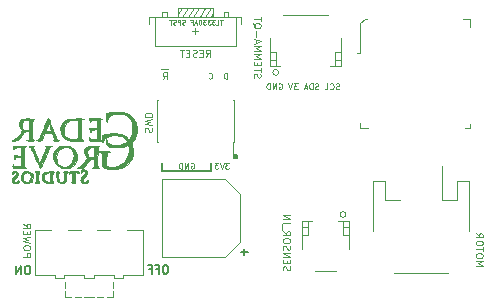
<source format=gbo>
G04 #@! TF.GenerationSoftware,KiCad,Pcbnew,(5.1.6-0-10_14)*
G04 #@! TF.CreationDate,2020-08-05T18:55:13-07:00*
G04 #@! TF.ProjectId,StringCar_M0_Express,53747269-6e67-4436-9172-5f4d305f4578,v06*
G04 #@! TF.SameCoordinates,Original*
G04 #@! TF.FileFunction,Legend,Bot*
G04 #@! TF.FilePolarity,Positive*
%FSLAX46Y46*%
G04 Gerber Fmt 4.6, Leading zero omitted, Abs format (unit mm)*
G04 Created by KiCad (PCBNEW (5.1.6-0-10_14)) date 2020-08-05 18:55:13*
%MOMM*%
%LPD*%
G01*
G04 APERTURE LIST*
%ADD10C,0.150000*%
%ADD11C,0.140000*%
%ADD12C,0.100000*%
%ADD13C,0.120000*%
%ADD14C,0.010000*%
%ADD15C,0.050000*%
%ADD16C,0.080000*%
G04 APERTURE END LIST*
D10*
X112141000Y-107696000D02*
X112141000Y-107061000D01*
X112268000Y-107696000D02*
X112141000Y-107696000D01*
X116332000Y-107696000D02*
X112268000Y-107696000D01*
X116332000Y-107061000D02*
X116332000Y-107696000D01*
D11*
X100833333Y-115766666D02*
X100700000Y-115766666D01*
X100633333Y-115800000D01*
X100566666Y-115866666D01*
X100533333Y-116000000D01*
X100533333Y-116233333D01*
X100566666Y-116366666D01*
X100633333Y-116433333D01*
X100700000Y-116466666D01*
X100833333Y-116466666D01*
X100900000Y-116433333D01*
X100966666Y-116366666D01*
X101000000Y-116233333D01*
X101000000Y-116000000D01*
X100966666Y-115866666D01*
X100900000Y-115800000D01*
X100833333Y-115766666D01*
X100233333Y-116466666D02*
X100233333Y-115766666D01*
X99833333Y-116466666D01*
X99833333Y-115766666D01*
X112516666Y-115716666D02*
X112383333Y-115716666D01*
X112316666Y-115750000D01*
X112250000Y-115816666D01*
X112216666Y-115950000D01*
X112216666Y-116183333D01*
X112250000Y-116316666D01*
X112316666Y-116383333D01*
X112383333Y-116416666D01*
X112516666Y-116416666D01*
X112583333Y-116383333D01*
X112650000Y-116316666D01*
X112683333Y-116183333D01*
X112683333Y-115950000D01*
X112650000Y-115816666D01*
X112583333Y-115750000D01*
X112516666Y-115716666D01*
X111683333Y-116050000D02*
X111916666Y-116050000D01*
X111916666Y-116416666D02*
X111916666Y-115716666D01*
X111583333Y-115716666D01*
X111083333Y-116050000D02*
X111316666Y-116050000D01*
X111316666Y-116416666D02*
X111316666Y-115716666D01*
X110983333Y-115716666D01*
D10*
G36*
X118554000Y-106600000D02*
G01*
X118300000Y-106600000D01*
X118300000Y-106346000D01*
X118554000Y-106346000D01*
X118554000Y-106600000D01*
G37*
X118554000Y-106600000D02*
X118300000Y-106600000D01*
X118300000Y-106346000D01*
X118554000Y-106346000D01*
X118554000Y-106600000D01*
D12*
X117846571Y-107041190D02*
X117537047Y-107041190D01*
X117703714Y-107231666D01*
X117632285Y-107231666D01*
X117584666Y-107255476D01*
X117560857Y-107279285D01*
X117537047Y-107326904D01*
X117537047Y-107445952D01*
X117560857Y-107493571D01*
X117584666Y-107517380D01*
X117632285Y-107541190D01*
X117775142Y-107541190D01*
X117822761Y-107517380D01*
X117846571Y-107493571D01*
X117394190Y-107041190D02*
X117227523Y-107541190D01*
X117060857Y-107041190D01*
X116941809Y-107041190D02*
X116632285Y-107041190D01*
X116798952Y-107231666D01*
X116727523Y-107231666D01*
X116679904Y-107255476D01*
X116656095Y-107279285D01*
X116632285Y-107326904D01*
X116632285Y-107445952D01*
X116656095Y-107493571D01*
X116679904Y-107517380D01*
X116727523Y-107541190D01*
X116870380Y-107541190D01*
X116918000Y-107517380D01*
X116941809Y-107493571D01*
X114632285Y-107065000D02*
X114679904Y-107041190D01*
X114751333Y-107041190D01*
X114822761Y-107065000D01*
X114870380Y-107112619D01*
X114894190Y-107160238D01*
X114918000Y-107255476D01*
X114918000Y-107326904D01*
X114894190Y-107422142D01*
X114870380Y-107469761D01*
X114822761Y-107517380D01*
X114751333Y-107541190D01*
X114703714Y-107541190D01*
X114632285Y-107517380D01*
X114608476Y-107493571D01*
X114608476Y-107326904D01*
X114703714Y-107326904D01*
X114394190Y-107541190D02*
X114394190Y-107041190D01*
X114108476Y-107541190D01*
X114108476Y-107041190D01*
X113870380Y-107541190D02*
X113870380Y-107041190D01*
X113751333Y-107041190D01*
X113679904Y-107065000D01*
X113632285Y-107112619D01*
X113608476Y-107160238D01*
X113584666Y-107255476D01*
X113584666Y-107326904D01*
X113608476Y-107422142D01*
X113632285Y-107469761D01*
X113679904Y-107517380D01*
X113751333Y-107541190D01*
X113870380Y-107541190D01*
X117671952Y-99921190D02*
X117671952Y-99421190D01*
X117552904Y-99421190D01*
X117481476Y-99445000D01*
X117433857Y-99492619D01*
X117410047Y-99540238D01*
X117386238Y-99635476D01*
X117386238Y-99706904D01*
X117410047Y-99802142D01*
X117433857Y-99849761D01*
X117481476Y-99897380D01*
X117552904Y-99921190D01*
X117671952Y-99921190D01*
X116124333Y-99873571D02*
X116148142Y-99897380D01*
X116219571Y-99921190D01*
X116267190Y-99921190D01*
X116338619Y-99897380D01*
X116386238Y-99849761D01*
X116410047Y-99802142D01*
X116433857Y-99706904D01*
X116433857Y-99635476D01*
X116410047Y-99540238D01*
X116386238Y-99492619D01*
X116338619Y-99445000D01*
X116267190Y-99421190D01*
X116219571Y-99421190D01*
X116148142Y-99445000D01*
X116124333Y-99468809D01*
D13*
X112722000Y-99112000D02*
X112122000Y-99112000D01*
X112236285Y-99971428D02*
X112436285Y-99685714D01*
X112579142Y-99971428D02*
X112579142Y-99371428D01*
X112350571Y-99371428D01*
X112293428Y-99400000D01*
X112264857Y-99428571D01*
X112236285Y-99485714D01*
X112236285Y-99571428D01*
X112264857Y-99628571D01*
X112293428Y-99657142D01*
X112350571Y-99685714D01*
X112579142Y-99685714D01*
D12*
X127183333Y-100786380D02*
X127111904Y-100810190D01*
X126992857Y-100810190D01*
X126945238Y-100786380D01*
X126921428Y-100762571D01*
X126897619Y-100714952D01*
X126897619Y-100667333D01*
X126921428Y-100619714D01*
X126945238Y-100595904D01*
X126992857Y-100572095D01*
X127088095Y-100548285D01*
X127135714Y-100524476D01*
X127159523Y-100500666D01*
X127183333Y-100453047D01*
X127183333Y-100405428D01*
X127159523Y-100357809D01*
X127135714Y-100334000D01*
X127088095Y-100310190D01*
X126969047Y-100310190D01*
X126897619Y-100334000D01*
X126397619Y-100762571D02*
X126421428Y-100786380D01*
X126492857Y-100810190D01*
X126540476Y-100810190D01*
X126611904Y-100786380D01*
X126659523Y-100738761D01*
X126683333Y-100691142D01*
X126707142Y-100595904D01*
X126707142Y-100524476D01*
X126683333Y-100429238D01*
X126659523Y-100381619D01*
X126611904Y-100334000D01*
X126540476Y-100310190D01*
X126492857Y-100310190D01*
X126421428Y-100334000D01*
X126397619Y-100357809D01*
X125945238Y-100810190D02*
X126183333Y-100810190D01*
X126183333Y-100310190D01*
X125421428Y-100786380D02*
X125350000Y-100810190D01*
X125230952Y-100810190D01*
X125183333Y-100786380D01*
X125159523Y-100762571D01*
X125135714Y-100714952D01*
X125135714Y-100667333D01*
X125159523Y-100619714D01*
X125183333Y-100595904D01*
X125230952Y-100572095D01*
X125326190Y-100548285D01*
X125373809Y-100524476D01*
X125397619Y-100500666D01*
X125421428Y-100453047D01*
X125421428Y-100405428D01*
X125397619Y-100357809D01*
X125373809Y-100334000D01*
X125326190Y-100310190D01*
X125207142Y-100310190D01*
X125135714Y-100334000D01*
X124921428Y-100810190D02*
X124921428Y-100310190D01*
X124802380Y-100310190D01*
X124730952Y-100334000D01*
X124683333Y-100381619D01*
X124659523Y-100429238D01*
X124635714Y-100524476D01*
X124635714Y-100595904D01*
X124659523Y-100691142D01*
X124683333Y-100738761D01*
X124730952Y-100786380D01*
X124802380Y-100810190D01*
X124921428Y-100810190D01*
X124445238Y-100667333D02*
X124207142Y-100667333D01*
X124492857Y-100810190D02*
X124326190Y-100310190D01*
X124159523Y-100810190D01*
X123659523Y-100310190D02*
X123350000Y-100310190D01*
X123516666Y-100500666D01*
X123445238Y-100500666D01*
X123397619Y-100524476D01*
X123373809Y-100548285D01*
X123350000Y-100595904D01*
X123350000Y-100714952D01*
X123373809Y-100762571D01*
X123397619Y-100786380D01*
X123445238Y-100810190D01*
X123588095Y-100810190D01*
X123635714Y-100786380D01*
X123659523Y-100762571D01*
X123207142Y-100310190D02*
X123040476Y-100810190D01*
X122873809Y-100310190D01*
X122064285Y-100334000D02*
X122111904Y-100310190D01*
X122183333Y-100310190D01*
X122254761Y-100334000D01*
X122302380Y-100381619D01*
X122326190Y-100429238D01*
X122350000Y-100524476D01*
X122350000Y-100595904D01*
X122326190Y-100691142D01*
X122302380Y-100738761D01*
X122254761Y-100786380D01*
X122183333Y-100810190D01*
X122135714Y-100810190D01*
X122064285Y-100786380D01*
X122040476Y-100762571D01*
X122040476Y-100595904D01*
X122135714Y-100595904D01*
X121826190Y-100810190D02*
X121826190Y-100310190D01*
X121540476Y-100810190D01*
X121540476Y-100310190D01*
X121302380Y-100810190D02*
X121302380Y-100310190D01*
X121183333Y-100310190D01*
X121111904Y-100334000D01*
X121064285Y-100381619D01*
X121040476Y-100429238D01*
X121016666Y-100524476D01*
X121016666Y-100595904D01*
X121040476Y-100691142D01*
X121064285Y-100738761D01*
X121111904Y-100786380D01*
X121183333Y-100810190D01*
X121302380Y-100810190D01*
D14*
G36*
X100532685Y-103290279D02*
G01*
X100450545Y-103299727D01*
X100265405Y-103369102D01*
X100137772Y-103489528D01*
X100071297Y-103646724D01*
X100069633Y-103826411D01*
X100136433Y-104014309D01*
X100232810Y-104151065D01*
X100360510Y-104296508D01*
X100200650Y-104497171D01*
X99987279Y-104750693D01*
X99807217Y-104934208D01*
X99662506Y-105045792D01*
X99581973Y-105080377D01*
X99484708Y-105110556D01*
X99464669Y-105136815D01*
X99514428Y-105153902D01*
X99626554Y-105156565D01*
X99684250Y-105152678D01*
X99824580Y-105134723D01*
X99935365Y-105100999D01*
X100034155Y-105039215D01*
X100138497Y-104937084D01*
X100265943Y-104782319D01*
X100328201Y-104701772D01*
X100444026Y-104552788D01*
X100525981Y-104458827D01*
X100591048Y-104407220D01*
X100656209Y-104385298D01*
X100738447Y-104380389D01*
X100759035Y-104380334D01*
X100943667Y-104380334D01*
X100943667Y-104658283D01*
X100932775Y-104871294D01*
X100897922Y-105010317D01*
X100835842Y-105083461D01*
X100765789Y-105100000D01*
X100704945Y-105109505D01*
X100700864Y-105125308D01*
X100753959Y-105139705D01*
X100863283Y-105150068D01*
X101002689Y-105155941D01*
X101146027Y-105156873D01*
X101267151Y-105152408D01*
X101339911Y-105142093D01*
X101349429Y-105136563D01*
X101329460Y-105105826D01*
X101286828Y-105088909D01*
X101251178Y-105069908D01*
X101225599Y-105024871D01*
X101206768Y-104938962D01*
X101191363Y-104797344D01*
X101176904Y-104598181D01*
X101166516Y-104354608D01*
X101164188Y-104092246D01*
X101169958Y-103852048D01*
X101176124Y-103750093D01*
X101192763Y-103567013D01*
X101210913Y-103450945D01*
X101227411Y-103406667D01*
X100943667Y-103406667D01*
X100943667Y-103801778D01*
X100940821Y-103977024D01*
X100933188Y-104118943D01*
X100922124Y-104207180D01*
X100915445Y-104225111D01*
X100844459Y-104250127D01*
X100725168Y-104255479D01*
X100590965Y-104243730D01*
X100475242Y-104217446D01*
X100417588Y-104186873D01*
X100339726Y-104054680D01*
X100312643Y-103884824D01*
X100335314Y-103706611D01*
X100406716Y-103549346D01*
X100441370Y-103506430D01*
X100527079Y-103439896D01*
X100639607Y-103410861D01*
X100739380Y-103406667D01*
X100943667Y-103406667D01*
X101227411Y-103406667D01*
X101235740Y-103384315D01*
X101272411Y-103349549D01*
X101297107Y-103338510D01*
X101300069Y-103323360D01*
X101236094Y-103309610D01*
X101122913Y-103298071D01*
X100978252Y-103289556D01*
X100819842Y-103284878D01*
X100665410Y-103284848D01*
X100532685Y-103290279D01*
G37*
X100532685Y-103290279D02*
X100450545Y-103299727D01*
X100265405Y-103369102D01*
X100137772Y-103489528D01*
X100071297Y-103646724D01*
X100069633Y-103826411D01*
X100136433Y-104014309D01*
X100232810Y-104151065D01*
X100360510Y-104296508D01*
X100200650Y-104497171D01*
X99987279Y-104750693D01*
X99807217Y-104934208D01*
X99662506Y-105045792D01*
X99581973Y-105080377D01*
X99484708Y-105110556D01*
X99464669Y-105136815D01*
X99514428Y-105153902D01*
X99626554Y-105156565D01*
X99684250Y-105152678D01*
X99824580Y-105134723D01*
X99935365Y-105100999D01*
X100034155Y-105039215D01*
X100138497Y-104937084D01*
X100265943Y-104782319D01*
X100328201Y-104701772D01*
X100444026Y-104552788D01*
X100525981Y-104458827D01*
X100591048Y-104407220D01*
X100656209Y-104385298D01*
X100738447Y-104380389D01*
X100759035Y-104380334D01*
X100943667Y-104380334D01*
X100943667Y-104658283D01*
X100932775Y-104871294D01*
X100897922Y-105010317D01*
X100835842Y-105083461D01*
X100765789Y-105100000D01*
X100704945Y-105109505D01*
X100700864Y-105125308D01*
X100753959Y-105139705D01*
X100863283Y-105150068D01*
X101002689Y-105155941D01*
X101146027Y-105156873D01*
X101267151Y-105152408D01*
X101339911Y-105142093D01*
X101349429Y-105136563D01*
X101329460Y-105105826D01*
X101286828Y-105088909D01*
X101251178Y-105069908D01*
X101225599Y-105024871D01*
X101206768Y-104938962D01*
X101191363Y-104797344D01*
X101176904Y-104598181D01*
X101166516Y-104354608D01*
X101164188Y-104092246D01*
X101169958Y-103852048D01*
X101176124Y-103750093D01*
X101192763Y-103567013D01*
X101210913Y-103450945D01*
X101227411Y-103406667D01*
X100943667Y-103406667D01*
X100943667Y-103801778D01*
X100940821Y-103977024D01*
X100933188Y-104118943D01*
X100922124Y-104207180D01*
X100915445Y-104225111D01*
X100844459Y-104250127D01*
X100725168Y-104255479D01*
X100590965Y-104243730D01*
X100475242Y-104217446D01*
X100417588Y-104186873D01*
X100339726Y-104054680D01*
X100312643Y-103884824D01*
X100335314Y-103706611D01*
X100406716Y-103549346D01*
X100441370Y-103506430D01*
X100527079Y-103439896D01*
X100639607Y-103410861D01*
X100739380Y-103406667D01*
X100943667Y-103406667D01*
X101227411Y-103406667D01*
X101235740Y-103384315D01*
X101272411Y-103349549D01*
X101297107Y-103338510D01*
X101300069Y-103323360D01*
X101236094Y-103309610D01*
X101122913Y-103298071D01*
X100978252Y-103289556D01*
X100819842Y-103284878D01*
X100665410Y-103284848D01*
X100532685Y-103290279D01*
G36*
X102499589Y-103283324D02*
G01*
X102446625Y-103384247D01*
X102373147Y-103541552D01*
X102284333Y-103744007D01*
X102185360Y-103980384D01*
X102149179Y-104069293D01*
X102019471Y-104386676D01*
X101914516Y-104633161D01*
X101829581Y-104817215D01*
X101759934Y-104947308D01*
X101700841Y-105031906D01*
X101647569Y-105079478D01*
X101595385Y-105098493D01*
X101573096Y-105100000D01*
X101513588Y-105112816D01*
X101508534Y-105131750D01*
X101557824Y-105146307D01*
X101666302Y-105152176D01*
X101786368Y-105149148D01*
X101918274Y-105137568D01*
X102005218Y-105121660D01*
X102027779Y-105106815D01*
X102034224Y-105056765D01*
X102066713Y-104950061D01*
X102118577Y-104808143D01*
X102128665Y-104782500D01*
X102246444Y-104486167D01*
X102869183Y-104486167D01*
X102966904Y-104760332D01*
X103017027Y-104906179D01*
X103038731Y-104993902D01*
X103033556Y-105044565D01*
X103003041Y-105079234D01*
X102990888Y-105088416D01*
X102940194Y-105131349D01*
X102935826Y-105144069D01*
X103065032Y-105151989D01*
X103209057Y-105154869D01*
X103343260Y-105153058D01*
X103443000Y-105146904D01*
X103483634Y-105136753D01*
X103483683Y-105136339D01*
X103448046Y-105106727D01*
X103382782Y-105083858D01*
X103348131Y-105072081D01*
X103315701Y-105049646D01*
X103281371Y-105007936D01*
X103241022Y-104938335D01*
X103190532Y-104832226D01*
X103125781Y-104680993D01*
X103042648Y-104476018D01*
X102970283Y-104292881D01*
X102784801Y-104292881D01*
X102758662Y-104327895D01*
X102693222Y-104338316D01*
X102585297Y-104338094D01*
X102559432Y-104338000D01*
X102306825Y-104338000D01*
X102436748Y-103996032D01*
X102566670Y-103654064D01*
X102659269Y-103900782D01*
X102731919Y-104093275D01*
X102774825Y-104219324D01*
X102784801Y-104292881D01*
X102970283Y-104292881D01*
X102937014Y-104208686D01*
X102814800Y-103896122D01*
X102728772Y-103681093D01*
X102650546Y-103495679D01*
X102586208Y-103353538D01*
X102541843Y-103268325D01*
X102526864Y-103250010D01*
X102499589Y-103283324D01*
G37*
X102499589Y-103283324D02*
X102446625Y-103384247D01*
X102373147Y-103541552D01*
X102284333Y-103744007D01*
X102185360Y-103980384D01*
X102149179Y-104069293D01*
X102019471Y-104386676D01*
X101914516Y-104633161D01*
X101829581Y-104817215D01*
X101759934Y-104947308D01*
X101700841Y-105031906D01*
X101647569Y-105079478D01*
X101595385Y-105098493D01*
X101573096Y-105100000D01*
X101513588Y-105112816D01*
X101508534Y-105131750D01*
X101557824Y-105146307D01*
X101666302Y-105152176D01*
X101786368Y-105149148D01*
X101918274Y-105137568D01*
X102005218Y-105121660D01*
X102027779Y-105106815D01*
X102034224Y-105056765D01*
X102066713Y-104950061D01*
X102118577Y-104808143D01*
X102128665Y-104782500D01*
X102246444Y-104486167D01*
X102869183Y-104486167D01*
X102966904Y-104760332D01*
X103017027Y-104906179D01*
X103038731Y-104993902D01*
X103033556Y-105044565D01*
X103003041Y-105079234D01*
X102990888Y-105088416D01*
X102940194Y-105131349D01*
X102935826Y-105144069D01*
X103065032Y-105151989D01*
X103209057Y-105154869D01*
X103343260Y-105153058D01*
X103443000Y-105146904D01*
X103483634Y-105136753D01*
X103483683Y-105136339D01*
X103448046Y-105106727D01*
X103382782Y-105083858D01*
X103348131Y-105072081D01*
X103315701Y-105049646D01*
X103281371Y-105007936D01*
X103241022Y-104938335D01*
X103190532Y-104832226D01*
X103125781Y-104680993D01*
X103042648Y-104476018D01*
X102970283Y-104292881D01*
X102784801Y-104292881D01*
X102758662Y-104327895D01*
X102693222Y-104338316D01*
X102585297Y-104338094D01*
X102559432Y-104338000D01*
X102306825Y-104338000D01*
X102436748Y-103996032D01*
X102566670Y-103654064D01*
X102659269Y-103900782D01*
X102731919Y-104093275D01*
X102774825Y-104219324D01*
X102784801Y-104292881D01*
X102970283Y-104292881D01*
X102937014Y-104208686D01*
X102814800Y-103896122D01*
X102728772Y-103681093D01*
X102650546Y-103495679D01*
X102586208Y-103353538D01*
X102541843Y-103268325D01*
X102526864Y-103250010D01*
X102499589Y-103283324D01*
G36*
X105012492Y-103282521D02*
G01*
X104797064Y-103287384D01*
X104774834Y-103288067D01*
X104500976Y-103300947D01*
X104293650Y-103323184D01*
X104134833Y-103359754D01*
X104006503Y-103415630D01*
X103890638Y-103495787D01*
X103828797Y-103549202D01*
X103686899Y-103731774D01*
X103598260Y-103960406D01*
X103566722Y-104212408D01*
X103596129Y-104465092D01*
X103648180Y-104615529D01*
X103776371Y-104810514D01*
X103961015Y-104981213D01*
X104173904Y-105104391D01*
X104287600Y-105142237D01*
X104383727Y-105156032D01*
X104530954Y-105166424D01*
X104711027Y-105173340D01*
X104905692Y-105176706D01*
X105096694Y-105176450D01*
X105265780Y-105172497D01*
X105394694Y-105164776D01*
X105465184Y-105153211D01*
X105472987Y-105147000D01*
X105443654Y-105112207D01*
X105399250Y-105076407D01*
X105373061Y-105048826D01*
X105353314Y-105001797D01*
X105338821Y-104923599D01*
X105328398Y-104802512D01*
X105320858Y-104626816D01*
X105315015Y-104384790D01*
X105312017Y-104214418D01*
X105311510Y-104183247D01*
X105050000Y-104183247D01*
X105049885Y-104475526D01*
X105046215Y-104693926D01*
X105034009Y-104849222D01*
X105008282Y-104952190D01*
X104964052Y-105013605D01*
X104896336Y-105044243D01*
X104800151Y-105054880D01*
X104670513Y-105056290D01*
X104646220Y-105056380D01*
X104418751Y-105037878D01*
X104226109Y-104973907D01*
X104202689Y-104962417D01*
X104026305Y-104841845D01*
X103912751Y-104684375D01*
X103854908Y-104476779D01*
X103843754Y-104295667D01*
X103872233Y-104021987D01*
X103962103Y-103800097D01*
X104119170Y-103617919D01*
X104199942Y-103554992D01*
X104305897Y-103487865D01*
X104408262Y-103447226D01*
X104536724Y-103424885D01*
X104714755Y-103412926D01*
X105050000Y-103397702D01*
X105050000Y-104183247D01*
X105311510Y-104183247D01*
X105298867Y-103406523D01*
X105417851Y-103356704D01*
X105536834Y-103306885D01*
X105431000Y-103288812D01*
X105349446Y-103283257D01*
X105203281Y-103281153D01*
X105012492Y-103282521D01*
G37*
X105012492Y-103282521D02*
X104797064Y-103287384D01*
X104774834Y-103288067D01*
X104500976Y-103300947D01*
X104293650Y-103323184D01*
X104134833Y-103359754D01*
X104006503Y-103415630D01*
X103890638Y-103495787D01*
X103828797Y-103549202D01*
X103686899Y-103731774D01*
X103598260Y-103960406D01*
X103566722Y-104212408D01*
X103596129Y-104465092D01*
X103648180Y-104615529D01*
X103776371Y-104810514D01*
X103961015Y-104981213D01*
X104173904Y-105104391D01*
X104287600Y-105142237D01*
X104383727Y-105156032D01*
X104530954Y-105166424D01*
X104711027Y-105173340D01*
X104905692Y-105176706D01*
X105096694Y-105176450D01*
X105265780Y-105172497D01*
X105394694Y-105164776D01*
X105465184Y-105153211D01*
X105472987Y-105147000D01*
X105443654Y-105112207D01*
X105399250Y-105076407D01*
X105373061Y-105048826D01*
X105353314Y-105001797D01*
X105338821Y-104923599D01*
X105328398Y-104802512D01*
X105320858Y-104626816D01*
X105315015Y-104384790D01*
X105312017Y-104214418D01*
X105311510Y-104183247D01*
X105050000Y-104183247D01*
X105049885Y-104475526D01*
X105046215Y-104693926D01*
X105034009Y-104849222D01*
X105008282Y-104952190D01*
X104964052Y-105013605D01*
X104896336Y-105044243D01*
X104800151Y-105054880D01*
X104670513Y-105056290D01*
X104646220Y-105056380D01*
X104418751Y-105037878D01*
X104226109Y-104973907D01*
X104202689Y-104962417D01*
X104026305Y-104841845D01*
X103912751Y-104684375D01*
X103854908Y-104476779D01*
X103843754Y-104295667D01*
X103872233Y-104021987D01*
X103962103Y-103800097D01*
X104119170Y-103617919D01*
X104199942Y-103554992D01*
X104305897Y-103487865D01*
X104408262Y-103447226D01*
X104536724Y-103424885D01*
X104714755Y-103412926D01*
X105050000Y-103397702D01*
X105050000Y-104183247D01*
X105311510Y-104183247D01*
X105298867Y-103406523D01*
X105417851Y-103356704D01*
X105536834Y-103306885D01*
X105431000Y-103288812D01*
X105349446Y-103283257D01*
X105203281Y-103281153D01*
X105012492Y-103282521D01*
G36*
X99588926Y-105745584D02*
G01*
X99600777Y-105855471D01*
X99629366Y-105902103D01*
X99664442Y-105877650D01*
X99685933Y-105819667D01*
X99709771Y-105772090D01*
X99763514Y-105746390D01*
X99868064Y-105736247D01*
X99966037Y-105735000D01*
X100224000Y-105735000D01*
X100224000Y-106421588D01*
X99609892Y-106390576D01*
X99625059Y-106549622D01*
X99644958Y-106645367D01*
X99675240Y-106703895D01*
X99703162Y-106711185D01*
X99715982Y-106653213D01*
X99716000Y-106649696D01*
X99745942Y-106588446D01*
X99841117Y-106552634D01*
X100009549Y-106539516D01*
X100038551Y-106539334D01*
X100227178Y-106539334D01*
X100202834Y-107322500D01*
X99993973Y-107335721D01*
X99796553Y-107338106D01*
X99667032Y-107312702D01*
X99592033Y-107255447D01*
X99568405Y-107206547D01*
X99543529Y-107143553D01*
X99526203Y-107157801D01*
X99517264Y-107188265D01*
X99511201Y-107290526D01*
X99522558Y-107368182D01*
X99535582Y-107409983D01*
X99559388Y-107438521D01*
X99608187Y-107456326D01*
X99696185Y-107465930D01*
X99837591Y-107469865D01*
X100046612Y-107470661D01*
X100097807Y-107470667D01*
X100647334Y-107470667D01*
X100561736Y-107385069D01*
X100531743Y-107350364D01*
X100509985Y-107306791D01*
X100495399Y-107241772D01*
X100486924Y-107142730D01*
X100483498Y-106997085D01*
X100484057Y-106792260D01*
X100487540Y-106515675D01*
X100487653Y-106507864D01*
X100499167Y-105716255D01*
X100602864Y-105664596D01*
X100634068Y-105643380D01*
X100622717Y-105627895D01*
X100559138Y-105616767D01*
X100433664Y-105608619D01*
X100236624Y-105602079D01*
X100147707Y-105599885D01*
X99588852Y-105586834D01*
X99588926Y-105745584D01*
G37*
X99588926Y-105745584D02*
X99600777Y-105855471D01*
X99629366Y-105902103D01*
X99664442Y-105877650D01*
X99685933Y-105819667D01*
X99709771Y-105772090D01*
X99763514Y-105746390D01*
X99868064Y-105736247D01*
X99966037Y-105735000D01*
X100224000Y-105735000D01*
X100224000Y-106421588D01*
X99609892Y-106390576D01*
X99625059Y-106549622D01*
X99644958Y-106645367D01*
X99675240Y-106703895D01*
X99703162Y-106711185D01*
X99715982Y-106653213D01*
X99716000Y-106649696D01*
X99745942Y-106588446D01*
X99841117Y-106552634D01*
X100009549Y-106539516D01*
X100038551Y-106539334D01*
X100227178Y-106539334D01*
X100202834Y-107322500D01*
X99993973Y-107335721D01*
X99796553Y-107338106D01*
X99667032Y-107312702D01*
X99592033Y-107255447D01*
X99568405Y-107206547D01*
X99543529Y-107143553D01*
X99526203Y-107157801D01*
X99517264Y-107188265D01*
X99511201Y-107290526D01*
X99522558Y-107368182D01*
X99535582Y-107409983D01*
X99559388Y-107438521D01*
X99608187Y-107456326D01*
X99696185Y-107465930D01*
X99837591Y-107469865D01*
X100046612Y-107470661D01*
X100097807Y-107470667D01*
X100647334Y-107470667D01*
X100561736Y-107385069D01*
X100531743Y-107350364D01*
X100509985Y-107306791D01*
X100495399Y-107241772D01*
X100486924Y-107142730D01*
X100483498Y-106997085D01*
X100484057Y-106792260D01*
X100487540Y-106515675D01*
X100487653Y-106507864D01*
X100499167Y-105716255D01*
X100602864Y-105664596D01*
X100634068Y-105643380D01*
X100622717Y-105627895D01*
X100559138Y-105616767D01*
X100433664Y-105608619D01*
X100236624Y-105602079D01*
X100147707Y-105599885D01*
X99588852Y-105586834D01*
X99588926Y-105745584D01*
G36*
X106198491Y-105612603D02*
G01*
X106037688Y-105618960D01*
X105925392Y-105633582D01*
X105843571Y-105658598D01*
X105787460Y-105687818D01*
X105650302Y-105814868D01*
X105582752Y-105977756D01*
X105585351Y-106163349D01*
X105658642Y-106358512D01*
X105754114Y-106495951D01*
X105863305Y-106625717D01*
X105692075Y-106847109D01*
X105498487Y-107078025D01*
X105315693Y-107258827D01*
X105154251Y-107379774D01*
X105071167Y-107419862D01*
X105006840Y-107444659D01*
X105001760Y-107458355D01*
X105064785Y-107464749D01*
X105181875Y-107467325D01*
X105318364Y-107462531D01*
X105429381Y-107436635D01*
X105530725Y-107378876D01*
X105638191Y-107278495D01*
X105767576Y-107124735D01*
X105859895Y-107005536D01*
X105970724Y-106863077D01*
X106049490Y-106775453D01*
X106114404Y-106729371D01*
X106183675Y-106711543D01*
X106266648Y-106708667D01*
X106447000Y-106708667D01*
X106447000Y-107020983D01*
X106441430Y-107204262D01*
X106419209Y-107321467D01*
X106372075Y-107390779D01*
X106291763Y-107430374D01*
X106256500Y-107440034D01*
X106256336Y-107449456D01*
X106327065Y-107457188D01*
X106454916Y-107462079D01*
X106531667Y-107463073D01*
X106704901Y-107461501D01*
X106798525Y-107453682D01*
X106817409Y-107438942D01*
X106795371Y-107426689D01*
X106762926Y-107411806D01*
X106738911Y-107389322D01*
X106722251Y-107347880D01*
X106711872Y-107276124D01*
X106706700Y-107162695D01*
X106705659Y-106996238D01*
X106707677Y-106765395D01*
X106710704Y-106531668D01*
X106714242Y-106267318D01*
X106441305Y-106267318D01*
X106439132Y-106414198D01*
X106432186Y-106509065D01*
X106428061Y-106527629D01*
X106382774Y-106563848D01*
X106275794Y-106576088D01*
X106182891Y-106573312D01*
X106050116Y-106561364D01*
X105972425Y-106533748D01*
X105920242Y-106473435D01*
X105881718Y-106399909D01*
X105826826Y-106199736D01*
X105854480Y-106003860D01*
X105954784Y-105834608D01*
X106044788Y-105756582D01*
X106158860Y-105723065D01*
X106238647Y-105718024D01*
X106425834Y-105713834D01*
X106438171Y-106091483D01*
X106441305Y-106267318D01*
X106714242Y-106267318D01*
X106722167Y-105675259D01*
X106828000Y-105645849D01*
X106830100Y-105634428D01*
X106759635Y-105624407D01*
X106628709Y-105616796D01*
X106449424Y-105612600D01*
X106425834Y-105612378D01*
X106198491Y-105612603D01*
G37*
X106198491Y-105612603D02*
X106037688Y-105618960D01*
X105925392Y-105633582D01*
X105843571Y-105658598D01*
X105787460Y-105687818D01*
X105650302Y-105814868D01*
X105582752Y-105977756D01*
X105585351Y-106163349D01*
X105658642Y-106358512D01*
X105754114Y-106495951D01*
X105863305Y-106625717D01*
X105692075Y-106847109D01*
X105498487Y-107078025D01*
X105315693Y-107258827D01*
X105154251Y-107379774D01*
X105071167Y-107419862D01*
X105006840Y-107444659D01*
X105001760Y-107458355D01*
X105064785Y-107464749D01*
X105181875Y-107467325D01*
X105318364Y-107462531D01*
X105429381Y-107436635D01*
X105530725Y-107378876D01*
X105638191Y-107278495D01*
X105767576Y-107124735D01*
X105859895Y-107005536D01*
X105970724Y-106863077D01*
X106049490Y-106775453D01*
X106114404Y-106729371D01*
X106183675Y-106711543D01*
X106266648Y-106708667D01*
X106447000Y-106708667D01*
X106447000Y-107020983D01*
X106441430Y-107204262D01*
X106419209Y-107321467D01*
X106372075Y-107390779D01*
X106291763Y-107430374D01*
X106256500Y-107440034D01*
X106256336Y-107449456D01*
X106327065Y-107457188D01*
X106454916Y-107462079D01*
X106531667Y-107463073D01*
X106704901Y-107461501D01*
X106798525Y-107453682D01*
X106817409Y-107438942D01*
X106795371Y-107426689D01*
X106762926Y-107411806D01*
X106738911Y-107389322D01*
X106722251Y-107347880D01*
X106711872Y-107276124D01*
X106706700Y-107162695D01*
X106705659Y-106996238D01*
X106707677Y-106765395D01*
X106710704Y-106531668D01*
X106714242Y-106267318D01*
X106441305Y-106267318D01*
X106439132Y-106414198D01*
X106432186Y-106509065D01*
X106428061Y-106527629D01*
X106382774Y-106563848D01*
X106275794Y-106576088D01*
X106182891Y-106573312D01*
X106050116Y-106561364D01*
X105972425Y-106533748D01*
X105920242Y-106473435D01*
X105881718Y-106399909D01*
X105826826Y-106199736D01*
X105854480Y-106003860D01*
X105954784Y-105834608D01*
X106044788Y-105756582D01*
X106158860Y-105723065D01*
X106238647Y-105718024D01*
X106425834Y-105713834D01*
X106438171Y-106091483D01*
X106441305Y-106267318D01*
X106714242Y-106267318D01*
X106722167Y-105675259D01*
X106828000Y-105645849D01*
X106830100Y-105634428D01*
X106759635Y-105624407D01*
X106628709Y-105616796D01*
X106449424Y-105612600D01*
X106425834Y-105612378D01*
X106198491Y-105612603D01*
G36*
X100983191Y-105612936D02*
G01*
X100905604Y-105618892D01*
X100890150Y-105633307D01*
X100925573Y-105659435D01*
X100940880Y-105668079D01*
X100986494Y-105709826D01*
X101044418Y-105794955D01*
X101118591Y-105931053D01*
X101212957Y-106125709D01*
X101331456Y-106386508D01*
X101427713Y-106605232D01*
X101539927Y-106858746D01*
X101643246Y-107084999D01*
X101732286Y-107272772D01*
X101801663Y-107410846D01*
X101845994Y-107488004D01*
X101857263Y-107500297D01*
X101886115Y-107467432D01*
X101941095Y-107367056D01*
X102016911Y-107210282D01*
X102108272Y-107008219D01*
X102209887Y-106771978D01*
X102250527Y-106674496D01*
X102378829Y-106365802D01*
X102480668Y-106126573D01*
X102561042Y-105947668D01*
X102624948Y-105819948D01*
X102677382Y-105734272D01*
X102723341Y-105681502D01*
X102767823Y-105652495D01*
X102815825Y-105638113D01*
X102817290Y-105637827D01*
X102822064Y-105629681D01*
X102755316Y-105623198D01*
X102630187Y-105619328D01*
X102552334Y-105618676D01*
X102400682Y-105620312D01*
X102298122Y-105625412D01*
X102259085Y-105633041D01*
X102266584Y-105637182D01*
X102329843Y-105667041D01*
X102341762Y-105685188D01*
X102327927Y-105744063D01*
X102288570Y-105860528D01*
X102229786Y-106019527D01*
X102157673Y-106206006D01*
X102078326Y-106404910D01*
X101997842Y-106601184D01*
X101922318Y-106779774D01*
X101857848Y-106925624D01*
X101810530Y-107023680D01*
X101786460Y-107058888D01*
X101785662Y-107058480D01*
X101757849Y-107007177D01*
X101706907Y-106893392D01*
X101639613Y-106733851D01*
X101562749Y-106545282D01*
X101483092Y-106344411D01*
X101407424Y-106147963D01*
X101342523Y-105972664D01*
X101321356Y-105912958D01*
X101243213Y-105688750D01*
X101336857Y-105651058D01*
X101364115Y-105630940D01*
X101320853Y-105618581D01*
X101201197Y-105612856D01*
X101134167Y-105612184D01*
X100983191Y-105612936D01*
G37*
X100983191Y-105612936D02*
X100905604Y-105618892D01*
X100890150Y-105633307D01*
X100925573Y-105659435D01*
X100940880Y-105668079D01*
X100986494Y-105709826D01*
X101044418Y-105794955D01*
X101118591Y-105931053D01*
X101212957Y-106125709D01*
X101331456Y-106386508D01*
X101427713Y-106605232D01*
X101539927Y-106858746D01*
X101643246Y-107084999D01*
X101732286Y-107272772D01*
X101801663Y-107410846D01*
X101845994Y-107488004D01*
X101857263Y-107500297D01*
X101886115Y-107467432D01*
X101941095Y-107367056D01*
X102016911Y-107210282D01*
X102108272Y-107008219D01*
X102209887Y-106771978D01*
X102250527Y-106674496D01*
X102378829Y-106365802D01*
X102480668Y-106126573D01*
X102561042Y-105947668D01*
X102624948Y-105819948D01*
X102677382Y-105734272D01*
X102723341Y-105681502D01*
X102767823Y-105652495D01*
X102815825Y-105638113D01*
X102817290Y-105637827D01*
X102822064Y-105629681D01*
X102755316Y-105623198D01*
X102630187Y-105619328D01*
X102552334Y-105618676D01*
X102400682Y-105620312D01*
X102298122Y-105625412D01*
X102259085Y-105633041D01*
X102266584Y-105637182D01*
X102329843Y-105667041D01*
X102341762Y-105685188D01*
X102327927Y-105744063D01*
X102288570Y-105860528D01*
X102229786Y-106019527D01*
X102157673Y-106206006D01*
X102078326Y-106404910D01*
X101997842Y-106601184D01*
X101922318Y-106779774D01*
X101857848Y-106925624D01*
X101810530Y-107023680D01*
X101786460Y-107058888D01*
X101785662Y-107058480D01*
X101757849Y-107007177D01*
X101706907Y-106893392D01*
X101639613Y-106733851D01*
X101562749Y-106545282D01*
X101483092Y-106344411D01*
X101407424Y-106147963D01*
X101342523Y-105972664D01*
X101321356Y-105912958D01*
X101243213Y-105688750D01*
X101336857Y-105651058D01*
X101364115Y-105630940D01*
X101320853Y-105618581D01*
X101201197Y-105612856D01*
X101134167Y-105612184D01*
X100983191Y-105612936D01*
G36*
X103867974Y-105575256D02*
G01*
X103571265Y-105632136D01*
X103324784Y-105751337D01*
X103134606Y-105924352D01*
X103006807Y-106142668D01*
X102947464Y-106397778D01*
X102962651Y-106681170D01*
X102991587Y-106802717D01*
X103104713Y-107051540D01*
X103277402Y-107252463D01*
X103495895Y-107399919D01*
X103746435Y-107488346D01*
X104015264Y-107512180D01*
X104288622Y-107465856D01*
X104460064Y-107396584D01*
X104690546Y-107243582D01*
X104847253Y-107052264D01*
X104935407Y-106814775D01*
X104957465Y-106648483D01*
X104954542Y-106474897D01*
X104685159Y-106474897D01*
X104650952Y-106755656D01*
X104560228Y-106994351D01*
X104422059Y-107183567D01*
X104245522Y-107315891D01*
X104039689Y-107383909D01*
X103813634Y-107380207D01*
X103641057Y-107327956D01*
X103450389Y-107203864D01*
X103318639Y-107019122D01*
X103245748Y-106773615D01*
X103229667Y-106552823D01*
X103262552Y-106269542D01*
X103357539Y-106035875D01*
X103509121Y-105857931D01*
X103711796Y-105741822D01*
X103960058Y-105693660D01*
X104004471Y-105692667D01*
X104248150Y-105726864D01*
X104440686Y-105827412D01*
X104579415Y-105991252D01*
X104661673Y-106215320D01*
X104685159Y-106474897D01*
X104954542Y-106474897D01*
X104952994Y-106383054D01*
X104896114Y-106164592D01*
X104778423Y-105967739D01*
X104702394Y-105878371D01*
X104508179Y-105709255D01*
X104292941Y-105608999D01*
X104039004Y-105571180D01*
X103867974Y-105575256D01*
G37*
X103867974Y-105575256D02*
X103571265Y-105632136D01*
X103324784Y-105751337D01*
X103134606Y-105924352D01*
X103006807Y-106142668D01*
X102947464Y-106397778D01*
X102962651Y-106681170D01*
X102991587Y-106802717D01*
X103104713Y-107051540D01*
X103277402Y-107252463D01*
X103495895Y-107399919D01*
X103746435Y-107488346D01*
X104015264Y-107512180D01*
X104288622Y-107465856D01*
X104460064Y-107396584D01*
X104690546Y-107243582D01*
X104847253Y-107052264D01*
X104935407Y-106814775D01*
X104957465Y-106648483D01*
X104954542Y-106474897D01*
X104685159Y-106474897D01*
X104650952Y-106755656D01*
X104560228Y-106994351D01*
X104422059Y-107183567D01*
X104245522Y-107315891D01*
X104039689Y-107383909D01*
X103813634Y-107380207D01*
X103641057Y-107327956D01*
X103450389Y-107203864D01*
X103318639Y-107019122D01*
X103245748Y-106773615D01*
X103229667Y-106552823D01*
X103262552Y-106269542D01*
X103357539Y-106035875D01*
X103509121Y-105857931D01*
X103711796Y-105741822D01*
X103960058Y-105693660D01*
X104004471Y-105692667D01*
X104248150Y-105726864D01*
X104440686Y-105827412D01*
X104579415Y-105991252D01*
X104661673Y-106215320D01*
X104685159Y-106474897D01*
X104954542Y-106474897D01*
X104952994Y-106383054D01*
X104896114Y-106164592D01*
X104778423Y-105967739D01*
X104702394Y-105878371D01*
X104508179Y-105709255D01*
X104292941Y-105608999D01*
X104039004Y-105571180D01*
X103867974Y-105575256D01*
G36*
X107972099Y-102725655D02*
G01*
X107965937Y-102726533D01*
X107743663Y-102757939D01*
X107591452Y-102783620D01*
X107496137Y-102813383D01*
X107444551Y-102857034D01*
X107423526Y-102924379D01*
X107419895Y-103025225D01*
X107420667Y-103132627D01*
X107424034Y-103294324D01*
X107432891Y-103428010D01*
X107445371Y-103506263D01*
X107446270Y-103508795D01*
X107483182Y-103558283D01*
X107518632Y-103536094D01*
X107542744Y-103454798D01*
X107547667Y-103379745D01*
X107586663Y-103212090D01*
X107700231Y-103075742D01*
X107883239Y-102973446D01*
X108130556Y-102907946D01*
X108437050Y-102881987D01*
X108479000Y-102881659D01*
X108762302Y-102895388D01*
X108985092Y-102941080D01*
X109167686Y-103025493D01*
X109330402Y-103155385D01*
X109344943Y-103169715D01*
X109495464Y-103351895D01*
X109594396Y-103553938D01*
X109647132Y-103793427D01*
X109659061Y-104087947D01*
X109655778Y-104183633D01*
X109640761Y-104396709D01*
X109615011Y-104555079D01*
X109572034Y-104688600D01*
X109523207Y-104793084D01*
X109456877Y-104911850D01*
X109401791Y-104992492D01*
X109375208Y-105015334D01*
X109327160Y-104987374D01*
X109248711Y-104917674D01*
X109222777Y-104891406D01*
X109036320Y-104750188D01*
X108780582Y-104638527D01*
X108467247Y-104561222D01*
X108388471Y-104548835D01*
X108252912Y-104531600D01*
X108132894Y-104523049D01*
X108009012Y-104524184D01*
X107861866Y-104536002D01*
X107672053Y-104559504D01*
X107420169Y-104595690D01*
X107388917Y-104600327D01*
X107082000Y-104645950D01*
X107082000Y-104872975D01*
X107075093Y-105014893D01*
X107052172Y-105085794D01*
X107023030Y-105100000D01*
X106986483Y-105092223D01*
X106958918Y-105062079D01*
X106939102Y-104999355D01*
X106925802Y-104893832D01*
X106917786Y-104735297D01*
X106913821Y-104513533D01*
X106912674Y-104218323D01*
X106912667Y-104185323D01*
X106912667Y-103404571D01*
X107018500Y-103364334D01*
X107096636Y-103327356D01*
X107124334Y-103301881D01*
X107084592Y-103293704D01*
X106975728Y-103286883D01*
X106813280Y-103282030D01*
X106612791Y-103279760D01*
X106561334Y-103279667D01*
X105998335Y-103279667D01*
X106015633Y-103427834D01*
X106037928Y-103520949D01*
X106070096Y-103573797D01*
X106098152Y-103572920D01*
X106108334Y-103517029D01*
X106135490Y-103457882D01*
X106223352Y-103422429D01*
X106381515Y-103407575D01*
X106450463Y-103406667D01*
X106658667Y-103406667D01*
X106658667Y-104093254D01*
X106346541Y-104077493D01*
X106034415Y-104061731D01*
X106056032Y-104231616D01*
X106077706Y-104365905D01*
X106099180Y-104418435D01*
X106122368Y-104392086D01*
X106135093Y-104350649D01*
X106184406Y-104273719D01*
X106290562Y-104228957D01*
X106465004Y-104212002D01*
X106499917Y-104211578D01*
X106658667Y-104211000D01*
X106658667Y-104590511D01*
X106656527Y-104775147D01*
X106647782Y-104893193D01*
X106628948Y-104962669D01*
X106596538Y-105001594D01*
X106576784Y-105013844D01*
X106434211Y-105056530D01*
X106277847Y-105053120D01*
X106134613Y-105009839D01*
X106031433Y-104932915D01*
X106002314Y-104880998D01*
X105977705Y-104814895D01*
X105964108Y-104825066D01*
X105951585Y-104896823D01*
X105954449Y-105015831D01*
X105979337Y-105096269D01*
X106003779Y-105131848D01*
X106041865Y-105154930D01*
X106108835Y-105167279D01*
X106219928Y-105170660D01*
X106390384Y-105166835D01*
X106541067Y-105161288D01*
X106757705Y-105153517D01*
X106905184Y-105151543D01*
X106998927Y-105157424D01*
X107054358Y-105173216D01*
X107086901Y-105200977D01*
X107108892Y-105237009D01*
X107150228Y-105296778D01*
X107174899Y-105281589D01*
X107178995Y-105269334D01*
X107204033Y-105183834D01*
X107234973Y-105078834D01*
X107278374Y-104992893D01*
X107364301Y-104916246D01*
X107511502Y-104832446D01*
X107521666Y-104827343D01*
X107661812Y-104763247D01*
X107786193Y-104725237D01*
X107927403Y-104706573D01*
X108118035Y-104700511D01*
X108135499Y-104700375D01*
X108340323Y-104706543D01*
X108525534Y-104725612D01*
X108659734Y-104754268D01*
X108665939Y-104756382D01*
X108770487Y-104808408D01*
X108895315Y-104891601D01*
X109020105Y-104989382D01*
X109124538Y-105085178D01*
X109188298Y-105162412D01*
X109198667Y-105190991D01*
X109161143Y-105249440D01*
X109061872Y-105320268D01*
X108920803Y-105393629D01*
X108757889Y-105459680D01*
X108593079Y-105508577D01*
X108528843Y-105521505D01*
X108249345Y-105545693D01*
X107999193Y-105524067D01*
X107791012Y-105460337D01*
X107637422Y-105358214D01*
X107555916Y-105235520D01*
X107499769Y-105087711D01*
X107465789Y-105013101D01*
X107447005Y-105005391D01*
X107436448Y-105058285D01*
X107430680Y-105122382D01*
X107435654Y-105280771D01*
X107466255Y-105443138D01*
X107471761Y-105461049D01*
X107518195Y-105561945D01*
X107589737Y-105634987D01*
X107698897Y-105684318D01*
X107858185Y-105714079D01*
X108080107Y-105728415D01*
X108288500Y-105731518D01*
X108528285Y-105728204D01*
X108712147Y-105714297D01*
X108868545Y-105686161D01*
X109025935Y-105640161D01*
X109039412Y-105635604D01*
X109324656Y-105538394D01*
X109351887Y-105683547D01*
X109365412Y-105900954D01*
X109339220Y-106155716D01*
X109278553Y-106413445D01*
X109214226Y-106586570D01*
X109053135Y-106850894D01*
X108831431Y-107079280D01*
X108571370Y-107249545D01*
X108529453Y-107269133D01*
X108334673Y-107331487D01*
X108105416Y-107369419D01*
X107874855Y-107380165D01*
X107676165Y-107360961D01*
X107615953Y-107345246D01*
X107460594Y-107293973D01*
X107472381Y-106740452D01*
X107484167Y-106186931D01*
X107632334Y-106133520D01*
X107706440Y-106105833D01*
X107741017Y-106087126D01*
X107727116Y-106075638D01*
X107655790Y-106069611D01*
X107518092Y-106067283D01*
X107305075Y-106066894D01*
X107293667Y-106066894D01*
X107078568Y-106067048D01*
X106938369Y-106068815D01*
X106863306Y-106074147D01*
X106843613Y-106085000D01*
X106869527Y-106103326D01*
X106931281Y-106131081D01*
X106944417Y-106136780D01*
X107082000Y-106196580D01*
X107082000Y-106769147D01*
X107082711Y-106999910D01*
X107086322Y-107160780D01*
X107095054Y-107266530D01*
X107111129Y-107331931D01*
X107136767Y-107371754D01*
X107174188Y-107400772D01*
X107177250Y-107402745D01*
X107342680Y-107476507D01*
X107566796Y-107531687D01*
X107825000Y-107564957D01*
X108092698Y-107572987D01*
X108314985Y-107556744D01*
X108698644Y-107472024D01*
X109023371Y-107326762D01*
X109289869Y-107120518D01*
X109498841Y-106852853D01*
X109531957Y-106795278D01*
X109608901Y-106644574D01*
X109656189Y-106516176D01*
X109682668Y-106376191D01*
X109697184Y-106190730D01*
X109698941Y-106155543D01*
X109699437Y-105867068D01*
X109668636Y-105634900D01*
X109649760Y-105561479D01*
X109613526Y-105430291D01*
X109604657Y-105350946D01*
X109626167Y-105294198D01*
X109681068Y-105230802D01*
X109684159Y-105227548D01*
X109759598Y-105130346D01*
X109847374Y-104992048D01*
X109904542Y-104888334D01*
X109959179Y-104774072D01*
X109994049Y-104672363D01*
X110013477Y-104558537D01*
X110021790Y-104407923D01*
X110023337Y-104211000D01*
X110021065Y-104003338D01*
X110011776Y-103855155D01*
X109990956Y-103741304D01*
X109954090Y-103636632D01*
X109899653Y-103521917D01*
X109707717Y-103228594D01*
X109460454Y-102998036D01*
X109160561Y-102831353D01*
X108810738Y-102729655D01*
X108413684Y-102694052D01*
X107972099Y-102725655D01*
G37*
X107972099Y-102725655D02*
X107965937Y-102726533D01*
X107743663Y-102757939D01*
X107591452Y-102783620D01*
X107496137Y-102813383D01*
X107444551Y-102857034D01*
X107423526Y-102924379D01*
X107419895Y-103025225D01*
X107420667Y-103132627D01*
X107424034Y-103294324D01*
X107432891Y-103428010D01*
X107445371Y-103506263D01*
X107446270Y-103508795D01*
X107483182Y-103558283D01*
X107518632Y-103536094D01*
X107542744Y-103454798D01*
X107547667Y-103379745D01*
X107586663Y-103212090D01*
X107700231Y-103075742D01*
X107883239Y-102973446D01*
X108130556Y-102907946D01*
X108437050Y-102881987D01*
X108479000Y-102881659D01*
X108762302Y-102895388D01*
X108985092Y-102941080D01*
X109167686Y-103025493D01*
X109330402Y-103155385D01*
X109344943Y-103169715D01*
X109495464Y-103351895D01*
X109594396Y-103553938D01*
X109647132Y-103793427D01*
X109659061Y-104087947D01*
X109655778Y-104183633D01*
X109640761Y-104396709D01*
X109615011Y-104555079D01*
X109572034Y-104688600D01*
X109523207Y-104793084D01*
X109456877Y-104911850D01*
X109401791Y-104992492D01*
X109375208Y-105015334D01*
X109327160Y-104987374D01*
X109248711Y-104917674D01*
X109222777Y-104891406D01*
X109036320Y-104750188D01*
X108780582Y-104638527D01*
X108467247Y-104561222D01*
X108388471Y-104548835D01*
X108252912Y-104531600D01*
X108132894Y-104523049D01*
X108009012Y-104524184D01*
X107861866Y-104536002D01*
X107672053Y-104559504D01*
X107420169Y-104595690D01*
X107388917Y-104600327D01*
X107082000Y-104645950D01*
X107082000Y-104872975D01*
X107075093Y-105014893D01*
X107052172Y-105085794D01*
X107023030Y-105100000D01*
X106986483Y-105092223D01*
X106958918Y-105062079D01*
X106939102Y-104999355D01*
X106925802Y-104893832D01*
X106917786Y-104735297D01*
X106913821Y-104513533D01*
X106912674Y-104218323D01*
X106912667Y-104185323D01*
X106912667Y-103404571D01*
X107018500Y-103364334D01*
X107096636Y-103327356D01*
X107124334Y-103301881D01*
X107084592Y-103293704D01*
X106975728Y-103286883D01*
X106813280Y-103282030D01*
X106612791Y-103279760D01*
X106561334Y-103279667D01*
X105998335Y-103279667D01*
X106015633Y-103427834D01*
X106037928Y-103520949D01*
X106070096Y-103573797D01*
X106098152Y-103572920D01*
X106108334Y-103517029D01*
X106135490Y-103457882D01*
X106223352Y-103422429D01*
X106381515Y-103407575D01*
X106450463Y-103406667D01*
X106658667Y-103406667D01*
X106658667Y-104093254D01*
X106346541Y-104077493D01*
X106034415Y-104061731D01*
X106056032Y-104231616D01*
X106077706Y-104365905D01*
X106099180Y-104418435D01*
X106122368Y-104392086D01*
X106135093Y-104350649D01*
X106184406Y-104273719D01*
X106290562Y-104228957D01*
X106465004Y-104212002D01*
X106499917Y-104211578D01*
X106658667Y-104211000D01*
X106658667Y-104590511D01*
X106656527Y-104775147D01*
X106647782Y-104893193D01*
X106628948Y-104962669D01*
X106596538Y-105001594D01*
X106576784Y-105013844D01*
X106434211Y-105056530D01*
X106277847Y-105053120D01*
X106134613Y-105009839D01*
X106031433Y-104932915D01*
X106002314Y-104880998D01*
X105977705Y-104814895D01*
X105964108Y-104825066D01*
X105951585Y-104896823D01*
X105954449Y-105015831D01*
X105979337Y-105096269D01*
X106003779Y-105131848D01*
X106041865Y-105154930D01*
X106108835Y-105167279D01*
X106219928Y-105170660D01*
X106390384Y-105166835D01*
X106541067Y-105161288D01*
X106757705Y-105153517D01*
X106905184Y-105151543D01*
X106998927Y-105157424D01*
X107054358Y-105173216D01*
X107086901Y-105200977D01*
X107108892Y-105237009D01*
X107150228Y-105296778D01*
X107174899Y-105281589D01*
X107178995Y-105269334D01*
X107204033Y-105183834D01*
X107234973Y-105078834D01*
X107278374Y-104992893D01*
X107364301Y-104916246D01*
X107511502Y-104832446D01*
X107521666Y-104827343D01*
X107661812Y-104763247D01*
X107786193Y-104725237D01*
X107927403Y-104706573D01*
X108118035Y-104700511D01*
X108135499Y-104700375D01*
X108340323Y-104706543D01*
X108525534Y-104725612D01*
X108659734Y-104754268D01*
X108665939Y-104756382D01*
X108770487Y-104808408D01*
X108895315Y-104891601D01*
X109020105Y-104989382D01*
X109124538Y-105085178D01*
X109188298Y-105162412D01*
X109198667Y-105190991D01*
X109161143Y-105249440D01*
X109061872Y-105320268D01*
X108920803Y-105393629D01*
X108757889Y-105459680D01*
X108593079Y-105508577D01*
X108528843Y-105521505D01*
X108249345Y-105545693D01*
X107999193Y-105524067D01*
X107791012Y-105460337D01*
X107637422Y-105358214D01*
X107555916Y-105235520D01*
X107499769Y-105087711D01*
X107465789Y-105013101D01*
X107447005Y-105005391D01*
X107436448Y-105058285D01*
X107430680Y-105122382D01*
X107435654Y-105280771D01*
X107466255Y-105443138D01*
X107471761Y-105461049D01*
X107518195Y-105561945D01*
X107589737Y-105634987D01*
X107698897Y-105684318D01*
X107858185Y-105714079D01*
X108080107Y-105728415D01*
X108288500Y-105731518D01*
X108528285Y-105728204D01*
X108712147Y-105714297D01*
X108868545Y-105686161D01*
X109025935Y-105640161D01*
X109039412Y-105635604D01*
X109324656Y-105538394D01*
X109351887Y-105683547D01*
X109365412Y-105900954D01*
X109339220Y-106155716D01*
X109278553Y-106413445D01*
X109214226Y-106586570D01*
X109053135Y-106850894D01*
X108831431Y-107079280D01*
X108571370Y-107249545D01*
X108529453Y-107269133D01*
X108334673Y-107331487D01*
X108105416Y-107369419D01*
X107874855Y-107380165D01*
X107676165Y-107360961D01*
X107615953Y-107345246D01*
X107460594Y-107293973D01*
X107472381Y-106740452D01*
X107484167Y-106186931D01*
X107632334Y-106133520D01*
X107706440Y-106105833D01*
X107741017Y-106087126D01*
X107727116Y-106075638D01*
X107655790Y-106069611D01*
X107518092Y-106067283D01*
X107305075Y-106066894D01*
X107293667Y-106066894D01*
X107078568Y-106067048D01*
X106938369Y-106068815D01*
X106863306Y-106074147D01*
X106843613Y-106085000D01*
X106869527Y-106103326D01*
X106931281Y-106131081D01*
X106944417Y-106136780D01*
X107082000Y-106196580D01*
X107082000Y-106769147D01*
X107082711Y-106999910D01*
X107086322Y-107160780D01*
X107095054Y-107266530D01*
X107111129Y-107331931D01*
X107136767Y-107371754D01*
X107174188Y-107400772D01*
X107177250Y-107402745D01*
X107342680Y-107476507D01*
X107566796Y-107531687D01*
X107825000Y-107564957D01*
X108092698Y-107572987D01*
X108314985Y-107556744D01*
X108698644Y-107472024D01*
X109023371Y-107326762D01*
X109289869Y-107120518D01*
X109498841Y-106852853D01*
X109531957Y-106795278D01*
X109608901Y-106644574D01*
X109656189Y-106516176D01*
X109682668Y-106376191D01*
X109697184Y-106190730D01*
X109698941Y-106155543D01*
X109699437Y-105867068D01*
X109668636Y-105634900D01*
X109649760Y-105561479D01*
X109613526Y-105430291D01*
X109604657Y-105350946D01*
X109626167Y-105294198D01*
X109681068Y-105230802D01*
X109684159Y-105227548D01*
X109759598Y-105130346D01*
X109847374Y-104992048D01*
X109904542Y-104888334D01*
X109959179Y-104774072D01*
X109994049Y-104672363D01*
X110013477Y-104558537D01*
X110021790Y-104407923D01*
X110023337Y-104211000D01*
X110021065Y-104003338D01*
X110011776Y-103855155D01*
X109990956Y-103741304D01*
X109954090Y-103636632D01*
X109899653Y-103521917D01*
X109707717Y-103228594D01*
X109460454Y-102998036D01*
X109160561Y-102831353D01*
X108810738Y-102729655D01*
X108413684Y-102694052D01*
X107972099Y-102725655D01*
G36*
X101519881Y-107754787D02*
G01*
X101453784Y-107763742D01*
X101461649Y-107790546D01*
X101485534Y-107817800D01*
X101512680Y-107890115D01*
X101529957Y-108037510D01*
X101536321Y-108250858D01*
X101536334Y-108262300D01*
X101533984Y-108451692D01*
X101525397Y-108570812D01*
X101508265Y-108633961D01*
X101480283Y-108655444D01*
X101472834Y-108656000D01*
X101416498Y-108678859D01*
X101409334Y-108698334D01*
X101447171Y-108723580D01*
X101542903Y-108738724D01*
X101599834Y-108740667D01*
X101713444Y-108732259D01*
X101781593Y-108710985D01*
X101790334Y-108698334D01*
X101758119Y-108657230D01*
X101748000Y-108656000D01*
X101728396Y-108617449D01*
X101714890Y-108516484D01*
X101707462Y-108375135D01*
X101706095Y-108215433D01*
X101710771Y-108059410D01*
X101721470Y-107929096D01*
X101738174Y-107846523D01*
X101748691Y-107830073D01*
X101775590Y-107792726D01*
X101735065Y-107765176D01*
X101644151Y-107751252D01*
X101519881Y-107754787D01*
G37*
X101519881Y-107754787D02*
X101453784Y-107763742D01*
X101461649Y-107790546D01*
X101485534Y-107817800D01*
X101512680Y-107890115D01*
X101529957Y-108037510D01*
X101536321Y-108250858D01*
X101536334Y-108262300D01*
X101533984Y-108451692D01*
X101525397Y-108570812D01*
X101508265Y-108633961D01*
X101480283Y-108655444D01*
X101472834Y-108656000D01*
X101416498Y-108678859D01*
X101409334Y-108698334D01*
X101447171Y-108723580D01*
X101542903Y-108738724D01*
X101599834Y-108740667D01*
X101713444Y-108732259D01*
X101781593Y-108710985D01*
X101790334Y-108698334D01*
X101758119Y-108657230D01*
X101748000Y-108656000D01*
X101728396Y-108617449D01*
X101714890Y-108516484D01*
X101707462Y-108375135D01*
X101706095Y-108215433D01*
X101710771Y-108059410D01*
X101721470Y-107929096D01*
X101738174Y-107846523D01*
X101748691Y-107830073D01*
X101775590Y-107792726D01*
X101735065Y-107765176D01*
X101644151Y-107751252D01*
X101519881Y-107754787D01*
G36*
X102666946Y-107751489D02*
G01*
X102413695Y-107772962D01*
X102228747Y-107826755D01*
X102100077Y-107918448D01*
X102015692Y-108053527D01*
X101979175Y-108243202D01*
X102021213Y-108430053D01*
X102136973Y-108596582D01*
X102175346Y-108631714D01*
X102251130Y-108687614D01*
X102330392Y-108720422D01*
X102438550Y-108736094D01*
X102601016Y-108740586D01*
X102640249Y-108740667D01*
X102796681Y-108736039D01*
X102914181Y-108723750D01*
X102972624Y-108706189D01*
X102975667Y-108700832D01*
X102944895Y-108643498D01*
X102933334Y-108634834D01*
X102914401Y-108583397D01*
X102899840Y-108468199D01*
X102891859Y-108310117D01*
X102891000Y-108234698D01*
X102891142Y-108225611D01*
X102721667Y-108225611D01*
X102718664Y-108395967D01*
X102710639Y-108532657D01*
X102699068Y-108614650D01*
X102693445Y-108627778D01*
X102615960Y-108654376D01*
X102496034Y-108645782D01*
X102366696Y-108605181D01*
X102343695Y-108594066D01*
X102250646Y-108529533D01*
X102197631Y-108463604D01*
X102173288Y-108330243D01*
X102180640Y-108177474D01*
X102214922Y-108060989D01*
X102302082Y-107967865D01*
X102436778Y-107892154D01*
X102581904Y-107853332D01*
X102613732Y-107851667D01*
X102665206Y-107854562D01*
X102696989Y-107874212D01*
X102713829Y-107927063D01*
X102720471Y-108029563D01*
X102721665Y-108198157D01*
X102721667Y-108225611D01*
X102891142Y-108225611D01*
X102893931Y-108047156D01*
X102904455Y-107928446D01*
X102925174Y-107862881D01*
X102957184Y-107835328D01*
X103012567Y-107801262D01*
X102990373Y-107774442D01*
X102897525Y-107756870D01*
X102740951Y-107750546D01*
X102666946Y-107751489D01*
G37*
X102666946Y-107751489D02*
X102413695Y-107772962D01*
X102228747Y-107826755D01*
X102100077Y-107918448D01*
X102015692Y-108053527D01*
X101979175Y-108243202D01*
X102021213Y-108430053D01*
X102136973Y-108596582D01*
X102175346Y-108631714D01*
X102251130Y-108687614D01*
X102330392Y-108720422D01*
X102438550Y-108736094D01*
X102601016Y-108740586D01*
X102640249Y-108740667D01*
X102796681Y-108736039D01*
X102914181Y-108723750D01*
X102972624Y-108706189D01*
X102975667Y-108700832D01*
X102944895Y-108643498D01*
X102933334Y-108634834D01*
X102914401Y-108583397D01*
X102899840Y-108468199D01*
X102891859Y-108310117D01*
X102891000Y-108234698D01*
X102891142Y-108225611D01*
X102721667Y-108225611D01*
X102718664Y-108395967D01*
X102710639Y-108532657D01*
X102699068Y-108614650D01*
X102693445Y-108627778D01*
X102615960Y-108654376D01*
X102496034Y-108645782D01*
X102366696Y-108605181D01*
X102343695Y-108594066D01*
X102250646Y-108529533D01*
X102197631Y-108463604D01*
X102173288Y-108330243D01*
X102180640Y-108177474D01*
X102214922Y-108060989D01*
X102302082Y-107967865D01*
X102436778Y-107892154D01*
X102581904Y-107853332D01*
X102613732Y-107851667D01*
X102665206Y-107854562D01*
X102696989Y-107874212D01*
X102713829Y-107927063D01*
X102720471Y-108029563D01*
X102721665Y-108198157D01*
X102721667Y-108225611D01*
X102891142Y-108225611D01*
X102893931Y-108047156D01*
X102904455Y-107928446D01*
X102925174Y-107862881D01*
X102957184Y-107835328D01*
X103012567Y-107801262D01*
X102990373Y-107774442D01*
X102897525Y-107756870D01*
X102740951Y-107750546D01*
X102666946Y-107751489D01*
G36*
X104677952Y-107754860D02*
G01*
X104472641Y-107762667D01*
X104340196Y-107778381D01*
X104268877Y-107806662D01*
X104246946Y-107852170D01*
X104262664Y-107919566D01*
X104262719Y-107919709D01*
X104289190Y-107962462D01*
X104330779Y-107941104D01*
X104354403Y-107918312D01*
X104444375Y-107863566D01*
X104502691Y-107851667D01*
X104540689Y-107858456D01*
X104564677Y-107889247D01*
X104577829Y-107959678D01*
X104583319Y-108085383D01*
X104584334Y-108253834D01*
X104580111Y-108443530D01*
X104568357Y-108579783D01*
X104550438Y-108649592D01*
X104542000Y-108656000D01*
X104500897Y-108688215D01*
X104499667Y-108698334D01*
X104537062Y-108725561D01*
X104629785Y-108740011D01*
X104658417Y-108740714D01*
X104817167Y-108740762D01*
X104802730Y-108296214D01*
X104798431Y-108081740D01*
X104805679Y-107941569D01*
X104829847Y-107865562D01*
X104876307Y-107843581D01*
X104950434Y-107865488D01*
X105014076Y-107897430D01*
X105095237Y-107928712D01*
X105121297Y-107898366D01*
X105109671Y-107828651D01*
X105092747Y-107790478D01*
X105055278Y-107766867D01*
X104980860Y-107755012D01*
X104853090Y-107752111D01*
X104677952Y-107754860D01*
G37*
X104677952Y-107754860D02*
X104472641Y-107762667D01*
X104340196Y-107778381D01*
X104268877Y-107806662D01*
X104246946Y-107852170D01*
X104262664Y-107919566D01*
X104262719Y-107919709D01*
X104289190Y-107962462D01*
X104330779Y-107941104D01*
X104354403Y-107918312D01*
X104444375Y-107863566D01*
X104502691Y-107851667D01*
X104540689Y-107858456D01*
X104564677Y-107889247D01*
X104577829Y-107959678D01*
X104583319Y-108085383D01*
X104584334Y-108253834D01*
X104580111Y-108443530D01*
X104568357Y-108579783D01*
X104550438Y-108649592D01*
X104542000Y-108656000D01*
X104500897Y-108688215D01*
X104499667Y-108698334D01*
X104537062Y-108725561D01*
X104629785Y-108740011D01*
X104658417Y-108740714D01*
X104817167Y-108740762D01*
X104802730Y-108296214D01*
X104798431Y-108081740D01*
X104805679Y-107941569D01*
X104829847Y-107865562D01*
X104876307Y-107843581D01*
X104950434Y-107865488D01*
X105014076Y-107897430D01*
X105095237Y-107928712D01*
X105121297Y-107898366D01*
X105109671Y-107828651D01*
X105092747Y-107790478D01*
X105055278Y-107766867D01*
X104980860Y-107755012D01*
X104853090Y-107752111D01*
X104677952Y-107754860D01*
G36*
X99564638Y-107741906D02*
G01*
X99484719Y-107802749D01*
X99462000Y-107877363D01*
X99482171Y-107958696D01*
X99526943Y-107974802D01*
X99572706Y-107917689D01*
X99573692Y-107915167D01*
X99631109Y-107864326D01*
X99721014Y-107854863D01*
X99802652Y-107885683D01*
X99830335Y-107922055D01*
X99822125Y-107986976D01*
X99750592Y-108076894D01*
X99659673Y-108159294D01*
X99543114Y-108266999D01*
X99482565Y-108353247D01*
X99462517Y-108441893D01*
X99462000Y-108463344D01*
X99499190Y-108604086D01*
X99598843Y-108706501D01*
X99743086Y-108758992D01*
X99906500Y-108751747D01*
X100013311Y-108707356D01*
X100045778Y-108633425D01*
X100034853Y-108575595D01*
X99994442Y-108504656D01*
X99950719Y-108489756D01*
X99927873Y-108537658D01*
X99927667Y-108545638D01*
X99894422Y-108616961D01*
X99815407Y-108650089D01*
X99721702Y-108642362D01*
X99644386Y-108591117D01*
X99631171Y-108571029D01*
X99614829Y-108517950D01*
X99634172Y-108461593D01*
X99699722Y-108384312D01*
X99799015Y-108289556D01*
X99938305Y-108142633D01*
X100003598Y-108021313D01*
X99997521Y-107915178D01*
X99922699Y-107813812D01*
X99919685Y-107810983D01*
X99805890Y-107742575D01*
X99679618Y-107720699D01*
X99564638Y-107741906D01*
G37*
X99564638Y-107741906D02*
X99484719Y-107802749D01*
X99462000Y-107877363D01*
X99482171Y-107958696D01*
X99526943Y-107974802D01*
X99572706Y-107917689D01*
X99573692Y-107915167D01*
X99631109Y-107864326D01*
X99721014Y-107854863D01*
X99802652Y-107885683D01*
X99830335Y-107922055D01*
X99822125Y-107986976D01*
X99750592Y-108076894D01*
X99659673Y-108159294D01*
X99543114Y-108266999D01*
X99482565Y-108353247D01*
X99462517Y-108441893D01*
X99462000Y-108463344D01*
X99499190Y-108604086D01*
X99598843Y-108706501D01*
X99743086Y-108758992D01*
X99906500Y-108751747D01*
X100013311Y-108707356D01*
X100045778Y-108633425D01*
X100034853Y-108575595D01*
X99994442Y-108504656D01*
X99950719Y-108489756D01*
X99927873Y-108537658D01*
X99927667Y-108545638D01*
X99894422Y-108616961D01*
X99815407Y-108650089D01*
X99721702Y-108642362D01*
X99644386Y-108591117D01*
X99631171Y-108571029D01*
X99614829Y-108517950D01*
X99634172Y-108461593D01*
X99699722Y-108384312D01*
X99799015Y-108289556D01*
X99938305Y-108142633D01*
X100003598Y-108021313D01*
X99997521Y-107915178D01*
X99922699Y-107813812D01*
X99919685Y-107810983D01*
X99805890Y-107742575D01*
X99679618Y-107720699D01*
X99564638Y-107741906D01*
G36*
X100583786Y-107742063D02*
G01*
X100411012Y-107823032D01*
X100283608Y-107956128D01*
X100210244Y-108121627D01*
X100199591Y-108299806D01*
X100260321Y-108470941D01*
X100262089Y-108473783D01*
X100409897Y-108644302D01*
X100587590Y-108737057D01*
X100789326Y-108749892D01*
X100922500Y-108717271D01*
X101029474Y-108680213D01*
X101096067Y-108658735D01*
X101104798Y-108656638D01*
X101127819Y-108621288D01*
X101171867Y-108532046D01*
X101199936Y-108470232D01*
X101257391Y-108265380D01*
X101242199Y-108141863D01*
X101058373Y-108141863D01*
X101057794Y-108273603D01*
X101008275Y-108447980D01*
X100914089Y-108572963D01*
X100790931Y-108640757D01*
X100654493Y-108643563D01*
X100520469Y-108573587D01*
X100497243Y-108552091D01*
X100425174Y-108453784D01*
X100395994Y-108329406D01*
X100393334Y-108253834D01*
X100424956Y-108066438D01*
X100515055Y-107932985D01*
X100656478Y-107861583D01*
X100748170Y-107851667D01*
X100901795Y-107887170D01*
X101007588Y-107987162D01*
X101058373Y-108141863D01*
X101242199Y-108141863D01*
X101234966Y-108083065D01*
X101131307Y-107914170D01*
X101114650Y-107895766D01*
X100961739Y-107787772D01*
X100772368Y-107733045D01*
X100583786Y-107742063D01*
G37*
X100583786Y-107742063D02*
X100411012Y-107823032D01*
X100283608Y-107956128D01*
X100210244Y-108121627D01*
X100199591Y-108299806D01*
X100260321Y-108470941D01*
X100262089Y-108473783D01*
X100409897Y-108644302D01*
X100587590Y-108737057D01*
X100789326Y-108749892D01*
X100922500Y-108717271D01*
X101029474Y-108680213D01*
X101096067Y-108658735D01*
X101104798Y-108656638D01*
X101127819Y-108621288D01*
X101171867Y-108532046D01*
X101199936Y-108470232D01*
X101257391Y-108265380D01*
X101242199Y-108141863D01*
X101058373Y-108141863D01*
X101057794Y-108273603D01*
X101008275Y-108447980D01*
X100914089Y-108572963D01*
X100790931Y-108640757D01*
X100654493Y-108643563D01*
X100520469Y-108573587D01*
X100497243Y-108552091D01*
X100425174Y-108453784D01*
X100395994Y-108329406D01*
X100393334Y-108253834D01*
X100424956Y-108066438D01*
X100515055Y-107932985D01*
X100656478Y-107861583D01*
X100748170Y-107851667D01*
X100901795Y-107887170D01*
X101007588Y-107987162D01*
X101058373Y-108141863D01*
X101242199Y-108141863D01*
X101234966Y-108083065D01*
X101131307Y-107914170D01*
X101114650Y-107895766D01*
X100961739Y-107787772D01*
X100772368Y-107733045D01*
X100583786Y-107742063D01*
G36*
X103890396Y-107764898D02*
G01*
X103833919Y-107797332D01*
X103831955Y-107801637D01*
X103844266Y-107847506D01*
X103861139Y-107851667D01*
X103886977Y-107889619D01*
X103902059Y-107987313D01*
X103906349Y-108120506D01*
X103899815Y-108264955D01*
X103882422Y-108396417D01*
X103862019Y-108472466D01*
X103782143Y-108602342D01*
X103677358Y-108655802D01*
X103559376Y-108629785D01*
X103483667Y-108571334D01*
X103437855Y-108509698D01*
X103411791Y-108424119D01*
X103400603Y-108291662D01*
X103399000Y-108172695D01*
X103405822Y-107986452D01*
X103425727Y-107874291D01*
X103448829Y-107842113D01*
X103490498Y-107811818D01*
X103466664Y-107781234D01*
X103395881Y-107760206D01*
X103296704Y-107758577D01*
X103292303Y-107759066D01*
X103194080Y-107778770D01*
X103173108Y-107808201D01*
X103183900Y-107822833D01*
X103208784Y-107887668D01*
X103225406Y-108007501D01*
X103229667Y-108115493D01*
X103251641Y-108371828D01*
X103318920Y-108559915D01*
X103433540Y-108684285D01*
X103501951Y-108721024D01*
X103600224Y-108760005D01*
X103657701Y-108778866D01*
X103662224Y-108779182D01*
X103706696Y-108766087D01*
X103799308Y-108739218D01*
X103811218Y-108735776D01*
X103935662Y-108670186D01*
X104018518Y-108551970D01*
X104063964Y-108371899D01*
X104076334Y-108150102D01*
X104082544Y-107982153D01*
X104100121Y-107879664D01*
X104122195Y-107851667D01*
X104154205Y-107821557D01*
X104151379Y-107801637D01*
X104102087Y-107767764D01*
X104004037Y-107751791D01*
X103991667Y-107751606D01*
X103890396Y-107764898D01*
G37*
X103890396Y-107764898D02*
X103833919Y-107797332D01*
X103831955Y-107801637D01*
X103844266Y-107847506D01*
X103861139Y-107851667D01*
X103886977Y-107889619D01*
X103902059Y-107987313D01*
X103906349Y-108120506D01*
X103899815Y-108264955D01*
X103882422Y-108396417D01*
X103862019Y-108472466D01*
X103782143Y-108602342D01*
X103677358Y-108655802D01*
X103559376Y-108629785D01*
X103483667Y-108571334D01*
X103437855Y-108509698D01*
X103411791Y-108424119D01*
X103400603Y-108291662D01*
X103399000Y-108172695D01*
X103405822Y-107986452D01*
X103425727Y-107874291D01*
X103448829Y-107842113D01*
X103490498Y-107811818D01*
X103466664Y-107781234D01*
X103395881Y-107760206D01*
X103296704Y-107758577D01*
X103292303Y-107759066D01*
X103194080Y-107778770D01*
X103173108Y-107808201D01*
X103183900Y-107822833D01*
X103208784Y-107887668D01*
X103225406Y-108007501D01*
X103229667Y-108115493D01*
X103251641Y-108371828D01*
X103318920Y-108559915D01*
X103433540Y-108684285D01*
X103501951Y-108721024D01*
X103600224Y-108760005D01*
X103657701Y-108778866D01*
X103662224Y-108779182D01*
X103706696Y-108766087D01*
X103799308Y-108739218D01*
X103811218Y-108735776D01*
X103935662Y-108670186D01*
X104018518Y-108551970D01*
X104063964Y-108371899D01*
X104076334Y-108150102D01*
X104082544Y-107982153D01*
X104100121Y-107879664D01*
X104122195Y-107851667D01*
X104154205Y-107821557D01*
X104151379Y-107801637D01*
X104102087Y-107767764D01*
X104004037Y-107751791D01*
X103991667Y-107751606D01*
X103890396Y-107764898D01*
G36*
X105402106Y-107572592D02*
G01*
X105389618Y-107576198D01*
X105324716Y-107625464D01*
X105304941Y-107729752D01*
X105304942Y-107738103D01*
X105305883Y-107872834D01*
X105382164Y-107773664D01*
X105482258Y-107695587D01*
X105560707Y-107688997D01*
X105652428Y-107725561D01*
X105671809Y-107799981D01*
X105618542Y-107913719D01*
X105492315Y-108068239D01*
X105476952Y-108084634D01*
X105340963Y-108245912D01*
X105273757Y-108376740D01*
X105272212Y-108491370D01*
X105333206Y-108604051D01*
X105356917Y-108632518D01*
X105492740Y-108730157D01*
X105657020Y-108766892D01*
X105801417Y-108740950D01*
X105881883Y-108667705D01*
X105896667Y-108596363D01*
X105880867Y-108502288D01*
X105844447Y-108465657D01*
X105803883Y-108497089D01*
X105791060Y-108528287D01*
X105727737Y-108606794D01*
X105624376Y-108644448D01*
X105520254Y-108630022D01*
X105493951Y-108613211D01*
X105439532Y-108537140D01*
X105448743Y-108444130D01*
X105524868Y-108325014D01*
X105642667Y-108198334D01*
X105779090Y-108045658D01*
X105845144Y-107918672D01*
X105845058Y-107803016D01*
X105790781Y-107695105D01*
X105688506Y-107612173D01*
X105545651Y-107567395D01*
X105402106Y-107572592D01*
G37*
X105402106Y-107572592D02*
X105389618Y-107576198D01*
X105324716Y-107625464D01*
X105304941Y-107729752D01*
X105304942Y-107738103D01*
X105305883Y-107872834D01*
X105382164Y-107773664D01*
X105482258Y-107695587D01*
X105560707Y-107688997D01*
X105652428Y-107725561D01*
X105671809Y-107799981D01*
X105618542Y-107913719D01*
X105492315Y-108068239D01*
X105476952Y-108084634D01*
X105340963Y-108245912D01*
X105273757Y-108376740D01*
X105272212Y-108491370D01*
X105333206Y-108604051D01*
X105356917Y-108632518D01*
X105492740Y-108730157D01*
X105657020Y-108766892D01*
X105801417Y-108740950D01*
X105881883Y-108667705D01*
X105896667Y-108596363D01*
X105880867Y-108502288D01*
X105844447Y-108465657D01*
X105803883Y-108497089D01*
X105791060Y-108528287D01*
X105727737Y-108606794D01*
X105624376Y-108644448D01*
X105520254Y-108630022D01*
X105493951Y-108613211D01*
X105439532Y-108537140D01*
X105448743Y-108444130D01*
X105524868Y-108325014D01*
X105642667Y-108198334D01*
X105779090Y-108045658D01*
X105845144Y-107918672D01*
X105845058Y-107803016D01*
X105790781Y-107695105D01*
X105688506Y-107612173D01*
X105545651Y-107567395D01*
X105402106Y-107572592D01*
D12*
X112200000Y-108400000D02*
X112200000Y-111700000D01*
X112200000Y-111700000D02*
X112200000Y-115000000D01*
X118800000Y-111700000D02*
X118800000Y-113700000D01*
X118800000Y-109700000D02*
X118800000Y-111700000D01*
X112200000Y-108400000D02*
X117500000Y-108400000D01*
X112200000Y-115000000D02*
X117500000Y-115000000D01*
X117500000Y-108400000D02*
X118800000Y-109700000D01*
X118800000Y-113700000D02*
X117500000Y-115000000D01*
D13*
X135875000Y-110175000D02*
X135875000Y-107275000D01*
X136425000Y-116375000D02*
X131775000Y-116375000D01*
X131050000Y-110175000D02*
X132325000Y-110175000D01*
X131050000Y-108575000D02*
X131050000Y-110175000D01*
X130050000Y-108575000D02*
X131050000Y-108575000D01*
X130050000Y-112800000D02*
X130050000Y-108575000D01*
X138150000Y-108575000D02*
X138150000Y-112800000D01*
X137150000Y-108575000D02*
X138150000Y-108575000D01*
X137150000Y-110175000D02*
X137150000Y-108575000D01*
X135875000Y-110175000D02*
X137150000Y-110175000D01*
D12*
X138225000Y-104125000D02*
X138225000Y-103775000D01*
X137800000Y-104125000D02*
X138225000Y-104125000D01*
X138225000Y-94875000D02*
X137625000Y-94875000D01*
X138225000Y-95500000D02*
X138225000Y-94875000D01*
X128975000Y-104125000D02*
X128975000Y-103625000D01*
X129575000Y-104125000D02*
X128975000Y-104125000D01*
X128975000Y-97725000D02*
X128650000Y-97725000D01*
X129325000Y-94875000D02*
X128975000Y-95225000D01*
X129525000Y-94875000D02*
X129325000Y-94875000D01*
X128975000Y-95225000D02*
X128975000Y-97725000D01*
D13*
X118235000Y-105265000D02*
X118235000Y-101735000D01*
X111765000Y-105265000D02*
X111765000Y-101735000D01*
X118170000Y-106590000D02*
X118170000Y-105265000D01*
X118235000Y-105265000D02*
X118170000Y-105265000D01*
X118235000Y-101735000D02*
X118170000Y-101735000D01*
X111830000Y-105265000D02*
X111765000Y-105265000D01*
X111830000Y-101735000D02*
X111765000Y-101735000D01*
X102800000Y-112700000D02*
X101400000Y-112700000D01*
X101400000Y-112700000D02*
X101400000Y-116500000D01*
X110600000Y-116500000D02*
X110600000Y-112700000D01*
X110600000Y-112700000D02*
X109200000Y-112700000D01*
X104200000Y-112700000D02*
X105300000Y-112700000D01*
X105300000Y-112700000D02*
X105300000Y-112700000D01*
X106700000Y-112700000D02*
X107800000Y-112700000D01*
X107800000Y-112700000D02*
X107800000Y-112700000D01*
X101400000Y-116500000D02*
X103100000Y-116500000D01*
X103100000Y-116500000D02*
X103100000Y-116800000D01*
X103100000Y-116800000D02*
X103900000Y-116800000D01*
X103900000Y-116800000D02*
X103900000Y-116500000D01*
X103900000Y-116500000D02*
X105600000Y-116500000D01*
X105600000Y-116500000D02*
X105600000Y-116800000D01*
X105600000Y-116800000D02*
X106400000Y-116800000D01*
X106400000Y-116800000D02*
X106400000Y-116500000D01*
X106400000Y-116500000D02*
X108100000Y-116500000D01*
X108100000Y-116500000D02*
X108100000Y-116800000D01*
X108100000Y-116800000D02*
X108900000Y-116800000D01*
X108900000Y-116800000D02*
X108900000Y-116500000D01*
X108900000Y-116500000D02*
X110600000Y-116500000D01*
X110600000Y-116500000D02*
X110600000Y-116500000D01*
X108000000Y-118400000D02*
X108000000Y-117900000D01*
X108000000Y-117900000D02*
X108000000Y-117900000D01*
X108000000Y-118400000D02*
X107500000Y-118400000D01*
X107500000Y-118400000D02*
X107500000Y-118400000D01*
X104000000Y-118400000D02*
X104500000Y-118400000D01*
X104500000Y-118400000D02*
X104500000Y-118400000D01*
X104000000Y-118400000D02*
X104000000Y-117900000D01*
X104000000Y-117900000D02*
X104000000Y-117900000D01*
X104000000Y-117600000D02*
X104000000Y-117100000D01*
X104000000Y-117100000D02*
X104000000Y-117100000D01*
X108000000Y-117600000D02*
X108000000Y-117100000D01*
X108000000Y-117100000D02*
X108000000Y-117100000D01*
X107200000Y-118400000D02*
X106700000Y-118400000D01*
X106700000Y-118400000D02*
X106700000Y-118400000D01*
X104800000Y-118400000D02*
X105300000Y-118400000D01*
X105300000Y-118400000D02*
X105300000Y-118400000D01*
X105600000Y-118400000D02*
X106400000Y-118400000D01*
X106400000Y-118400000D02*
X106400000Y-118400000D01*
X127300000Y-97612500D02*
X126800000Y-97612500D01*
X127300000Y-97612500D02*
X127300000Y-97612500D01*
X126800000Y-97612500D02*
X127300000Y-97612500D01*
X126800000Y-97612500D02*
X126800000Y-97612500D01*
X127300000Y-98312500D02*
X126800000Y-98312500D01*
X127300000Y-98312500D02*
X127300000Y-98312500D01*
X126800000Y-98312500D02*
X127300000Y-98312500D01*
X126800000Y-98312500D02*
X126800000Y-98312500D01*
X126800000Y-98812500D02*
X126800000Y-98812500D01*
X126800000Y-97612500D02*
X126800000Y-98812500D01*
X126800000Y-97612500D02*
X126800000Y-97612500D01*
X126800000Y-98812500D02*
X126800000Y-97612500D01*
X127300000Y-98812500D02*
X126400000Y-98812500D01*
X127300000Y-96462500D02*
X127300000Y-98812500D01*
X121300000Y-97612500D02*
X121800000Y-97612500D01*
X121300000Y-97612500D02*
X121300000Y-97612500D01*
X121800000Y-97612500D02*
X121300000Y-97612500D01*
X121800000Y-97612500D02*
X121800000Y-97612500D01*
X121300000Y-98312500D02*
X121800000Y-98312500D01*
X121300000Y-98312500D02*
X121300000Y-98312500D01*
X121800000Y-98312500D02*
X121300000Y-98312500D01*
X121800000Y-98312500D02*
X121800000Y-98312500D01*
X121800000Y-98812500D02*
X121800000Y-98812500D01*
X121800000Y-97612500D02*
X121800000Y-98812500D01*
X121800000Y-97612500D02*
X121800000Y-97612500D01*
X121800000Y-98812500D02*
X121800000Y-97612500D01*
X121300000Y-98812500D02*
X122200000Y-98812500D01*
X121300000Y-96462500D02*
X121300000Y-98812500D01*
X122400000Y-94562500D02*
X126200000Y-94562500D01*
X122050000Y-99387500D02*
G75*
G03*
X122050000Y-99387500I-250000J0D01*
G01*
D15*
X115000000Y-95900000D02*
X115000000Y-95650000D01*
X115000000Y-95900000D02*
X115250000Y-95900000D01*
X116300000Y-94650000D02*
X116500000Y-94350000D01*
X113500000Y-94400000D02*
X113850000Y-93900000D01*
X113850000Y-94650000D02*
X114350000Y-93900000D01*
X114350000Y-94650000D02*
X114850000Y-93900000D01*
X115850000Y-94650000D02*
X116350000Y-93900000D01*
X115350000Y-94650000D02*
X115850000Y-93900000D01*
X114800000Y-94650000D02*
X115300000Y-93900000D01*
X117800000Y-94650000D02*
X117800000Y-94250000D01*
X117800000Y-94250000D02*
X117400000Y-94250000D01*
X117400000Y-94650000D02*
X117400000Y-94250000D01*
X112200000Y-94650000D02*
X112200000Y-94250000D01*
X112600000Y-94250000D02*
X112200000Y-94250000D01*
X112600000Y-94650000D02*
X112600000Y-94250000D01*
X114750000Y-95900000D02*
X115000000Y-95900000D01*
X115000000Y-96150000D02*
X115000000Y-95900000D01*
D12*
X118900000Y-94650000D02*
X118900000Y-95300000D01*
X111100000Y-94650000D02*
X111100000Y-95300000D01*
D15*
X116500000Y-94650000D02*
X116500000Y-93900000D01*
X113500000Y-94650000D02*
X113500000Y-93900000D01*
X116500000Y-93900000D02*
X115000000Y-93900000D01*
X115000000Y-93900000D02*
X113500000Y-93900000D01*
D12*
X118450000Y-97150000D02*
X118450000Y-95900000D01*
X118450000Y-97150000D02*
X115000000Y-97150000D01*
X118900000Y-94650000D02*
X115000000Y-94650000D01*
X118450000Y-95900000D02*
X118450000Y-94650000D01*
X115000000Y-97150000D02*
X111550000Y-97150000D01*
X111550000Y-97150000D02*
X111550000Y-95900000D01*
X115000000Y-94650000D02*
X111100000Y-94650000D01*
X111550000Y-95900000D02*
X111550000Y-94650000D01*
D13*
X124000000Y-113187500D02*
X124500000Y-113187500D01*
X124000000Y-113187500D02*
X124000000Y-113187500D01*
X124500000Y-113187500D02*
X124000000Y-113187500D01*
X124500000Y-113187500D02*
X124500000Y-113187500D01*
X124000000Y-112487500D02*
X124500000Y-112487500D01*
X124000000Y-112487500D02*
X124000000Y-112487500D01*
X124500000Y-112487500D02*
X124000000Y-112487500D01*
X124500000Y-112487500D02*
X124500000Y-112487500D01*
X124500000Y-111987500D02*
X124500000Y-111987500D01*
X124500000Y-113187500D02*
X124500000Y-111987500D01*
X124500000Y-113187500D02*
X124500000Y-113187500D01*
X124500000Y-111987500D02*
X124500000Y-113187500D01*
X124000000Y-111987500D02*
X124900000Y-111987500D01*
X124000000Y-114337500D02*
X124000000Y-111987500D01*
X128000000Y-113187500D02*
X127500000Y-113187500D01*
X128000000Y-113187500D02*
X128000000Y-113187500D01*
X127500000Y-113187500D02*
X128000000Y-113187500D01*
X127500000Y-113187500D02*
X127500000Y-113187500D01*
X128000000Y-112487500D02*
X127500000Y-112487500D01*
X128000000Y-112487500D02*
X128000000Y-112487500D01*
X127500000Y-112487500D02*
X128000000Y-112487500D01*
X127500000Y-112487500D02*
X127500000Y-112487500D01*
X127500000Y-111987500D02*
X127500000Y-111987500D01*
X127500000Y-113187500D02*
X127500000Y-111987500D01*
X127500000Y-113187500D02*
X127500000Y-113187500D01*
X127500000Y-111987500D02*
X127500000Y-113187500D01*
X128000000Y-111987500D02*
X127100000Y-111987500D01*
X128000000Y-114337500D02*
X128000000Y-111987500D01*
X126900000Y-116237500D02*
X125100000Y-116237500D01*
X127750000Y-111412500D02*
G75*
G03*
X127750000Y-111412500I-250000J0D01*
G01*
D11*
X119150000Y-114333333D02*
X119150000Y-114866666D01*
X119416666Y-114600000D02*
X118883333Y-114600000D01*
D13*
X138728571Y-115757142D02*
X139328571Y-115757142D01*
X138900000Y-115557142D01*
X139328571Y-115357142D01*
X138728571Y-115357142D01*
X139328571Y-114957142D02*
X139328571Y-114842857D01*
X139300000Y-114785714D01*
X139242857Y-114728571D01*
X139128571Y-114700000D01*
X138928571Y-114700000D01*
X138814285Y-114728571D01*
X138757142Y-114785714D01*
X138728571Y-114842857D01*
X138728571Y-114957142D01*
X138757142Y-115014285D01*
X138814285Y-115071428D01*
X138928571Y-115100000D01*
X139128571Y-115100000D01*
X139242857Y-115071428D01*
X139300000Y-115014285D01*
X139328571Y-114957142D01*
X139328571Y-114528571D02*
X139328571Y-114185714D01*
X138728571Y-114357142D02*
X139328571Y-114357142D01*
X139328571Y-113871428D02*
X139328571Y-113757142D01*
X139300000Y-113700000D01*
X139242857Y-113642857D01*
X139128571Y-113614285D01*
X138928571Y-113614285D01*
X138814285Y-113642857D01*
X138757142Y-113700000D01*
X138728571Y-113757142D01*
X138728571Y-113871428D01*
X138757142Y-113928571D01*
X138814285Y-113985714D01*
X138928571Y-114014285D01*
X139128571Y-114014285D01*
X139242857Y-113985714D01*
X139300000Y-113928571D01*
X139328571Y-113871428D01*
X138728571Y-113014285D02*
X139014285Y-113214285D01*
X138728571Y-113357142D02*
X139328571Y-113357142D01*
X139328571Y-113128571D01*
X139300000Y-113071428D01*
X139271428Y-113042857D01*
X139214285Y-113014285D01*
X139128571Y-113014285D01*
X139071428Y-113042857D01*
X139042857Y-113071428D01*
X139014285Y-113128571D01*
X139014285Y-113357142D01*
X110757142Y-104414285D02*
X110728571Y-104328571D01*
X110728571Y-104185714D01*
X110757142Y-104128571D01*
X110785714Y-104100000D01*
X110842857Y-104071428D01*
X110900000Y-104071428D01*
X110957142Y-104100000D01*
X110985714Y-104128571D01*
X111014285Y-104185714D01*
X111042857Y-104300000D01*
X111071428Y-104357142D01*
X111100000Y-104385714D01*
X111157142Y-104414285D01*
X111214285Y-104414285D01*
X111271428Y-104385714D01*
X111300000Y-104357142D01*
X111328571Y-104300000D01*
X111328571Y-104157142D01*
X111300000Y-104071428D01*
X111328571Y-103871428D02*
X110728571Y-103728571D01*
X111157142Y-103614285D01*
X110728571Y-103500000D01*
X111328571Y-103357142D01*
X110728571Y-103128571D02*
X111328571Y-103128571D01*
X111328571Y-102985714D01*
X111300000Y-102900000D01*
X111242857Y-102842857D01*
X111185714Y-102814285D01*
X111071428Y-102785714D01*
X110985714Y-102785714D01*
X110871428Y-102814285D01*
X110814285Y-102842857D01*
X110757142Y-102900000D01*
X110728571Y-102985714D01*
X110728571Y-103128571D01*
X100428571Y-114985714D02*
X101028571Y-114985714D01*
X101028571Y-114757142D01*
X101000000Y-114700000D01*
X100971428Y-114671428D01*
X100914285Y-114642857D01*
X100828571Y-114642857D01*
X100771428Y-114671428D01*
X100742857Y-114700000D01*
X100714285Y-114757142D01*
X100714285Y-114985714D01*
X101028571Y-114271428D02*
X101028571Y-114157142D01*
X101000000Y-114100000D01*
X100942857Y-114042857D01*
X100828571Y-114014285D01*
X100628571Y-114014285D01*
X100514285Y-114042857D01*
X100457142Y-114100000D01*
X100428571Y-114157142D01*
X100428571Y-114271428D01*
X100457142Y-114328571D01*
X100514285Y-114385714D01*
X100628571Y-114414285D01*
X100828571Y-114414285D01*
X100942857Y-114385714D01*
X101000000Y-114328571D01*
X101028571Y-114271428D01*
X101028571Y-113814285D02*
X100428571Y-113671428D01*
X100857142Y-113557142D01*
X100428571Y-113442857D01*
X101028571Y-113300000D01*
X100742857Y-113071428D02*
X100742857Y-112871428D01*
X100428571Y-112785714D02*
X100428571Y-113071428D01*
X101028571Y-113071428D01*
X101028571Y-112785714D01*
X100428571Y-112185714D02*
X100714285Y-112385714D01*
X100428571Y-112528571D02*
X101028571Y-112528571D01*
X101028571Y-112300000D01*
X101000000Y-112242857D01*
X100971428Y-112214285D01*
X100914285Y-112185714D01*
X100828571Y-112185714D01*
X100771428Y-112214285D01*
X100742857Y-112242857D01*
X100714285Y-112300000D01*
X100714285Y-112528571D01*
X119957142Y-99828571D02*
X119928571Y-99742857D01*
X119928571Y-99600000D01*
X119957142Y-99542857D01*
X119985714Y-99514285D01*
X120042857Y-99485714D01*
X120100000Y-99485714D01*
X120157142Y-99514285D01*
X120185714Y-99542857D01*
X120214285Y-99600000D01*
X120242857Y-99714285D01*
X120271428Y-99771428D01*
X120300000Y-99800000D01*
X120357142Y-99828571D01*
X120414285Y-99828571D01*
X120471428Y-99800000D01*
X120500000Y-99771428D01*
X120528571Y-99714285D01*
X120528571Y-99571428D01*
X120500000Y-99485714D01*
X120528571Y-99314285D02*
X120528571Y-98971428D01*
X119928571Y-99142857D02*
X120528571Y-99142857D01*
X120242857Y-98771428D02*
X120242857Y-98571428D01*
X119928571Y-98485714D02*
X119928571Y-98771428D01*
X120528571Y-98771428D01*
X120528571Y-98485714D01*
X119928571Y-98228571D02*
X120528571Y-98228571D01*
X120100000Y-98028571D01*
X120528571Y-97828571D01*
X119928571Y-97828571D01*
X119928571Y-97542857D02*
X120528571Y-97542857D01*
X120100000Y-97342857D01*
X120528571Y-97142857D01*
X119928571Y-97142857D01*
X120100000Y-96885714D02*
X120100000Y-96600000D01*
X119928571Y-96942857D02*
X120528571Y-96742857D01*
X119928571Y-96542857D01*
X120157142Y-96342857D02*
X120157142Y-95885714D01*
X119871428Y-95200000D02*
X119900000Y-95257142D01*
X119957142Y-95314285D01*
X120042857Y-95400000D01*
X120071428Y-95457142D01*
X120071428Y-95514285D01*
X119928571Y-95485714D02*
X119957142Y-95542857D01*
X120014285Y-95600000D01*
X120128571Y-95628571D01*
X120328571Y-95628571D01*
X120442857Y-95600000D01*
X120500000Y-95542857D01*
X120528571Y-95485714D01*
X120528571Y-95371428D01*
X120500000Y-95314285D01*
X120442857Y-95257142D01*
X120328571Y-95228571D01*
X120128571Y-95228571D01*
X120014285Y-95257142D01*
X119957142Y-95314285D01*
X119928571Y-95371428D01*
X119928571Y-95485714D01*
X120528571Y-95057142D02*
X120528571Y-94714285D01*
X119928571Y-94885714D02*
X120528571Y-94885714D01*
X115871428Y-98061428D02*
X116071428Y-97775714D01*
X116214285Y-98061428D02*
X116214285Y-97461428D01*
X115985714Y-97461428D01*
X115928571Y-97490000D01*
X115900000Y-97518571D01*
X115871428Y-97575714D01*
X115871428Y-97661428D01*
X115900000Y-97718571D01*
X115928571Y-97747142D01*
X115985714Y-97775714D01*
X116214285Y-97775714D01*
X115614285Y-97747142D02*
X115414285Y-97747142D01*
X115328571Y-98061428D02*
X115614285Y-98061428D01*
X115614285Y-97461428D01*
X115328571Y-97461428D01*
X115100000Y-98032857D02*
X115014285Y-98061428D01*
X114871428Y-98061428D01*
X114814285Y-98032857D01*
X114785714Y-98004285D01*
X114757142Y-97947142D01*
X114757142Y-97890000D01*
X114785714Y-97832857D01*
X114814285Y-97804285D01*
X114871428Y-97775714D01*
X114985714Y-97747142D01*
X115042857Y-97718571D01*
X115071428Y-97690000D01*
X115100000Y-97632857D01*
X115100000Y-97575714D01*
X115071428Y-97518571D01*
X115042857Y-97490000D01*
X114985714Y-97461428D01*
X114842857Y-97461428D01*
X114757142Y-97490000D01*
X114500000Y-97747142D02*
X114300000Y-97747142D01*
X114214285Y-98061428D02*
X114500000Y-98061428D01*
X114500000Y-97461428D01*
X114214285Y-97461428D01*
X114042857Y-97461428D02*
X113700000Y-97461428D01*
X113871428Y-98061428D02*
X113871428Y-97461428D01*
D16*
X117316666Y-94930952D02*
X117088095Y-94930952D01*
X117202380Y-95330952D02*
X117202380Y-94930952D01*
X116764285Y-95330952D02*
X116954761Y-95330952D01*
X116954761Y-94930952D01*
X116669047Y-94930952D02*
X116421428Y-94930952D01*
X116554761Y-95083333D01*
X116497619Y-95083333D01*
X116459523Y-95102380D01*
X116440476Y-95121428D01*
X116421428Y-95159523D01*
X116421428Y-95254761D01*
X116440476Y-95292857D01*
X116459523Y-95311904D01*
X116497619Y-95330952D01*
X116611904Y-95330952D01*
X116650000Y-95311904D01*
X116669047Y-95292857D01*
X116288095Y-94930952D02*
X116040476Y-94930952D01*
X116173809Y-95083333D01*
X116116666Y-95083333D01*
X116078571Y-95102380D01*
X116059523Y-95121428D01*
X116040476Y-95159523D01*
X116040476Y-95254761D01*
X116059523Y-95292857D01*
X116078571Y-95311904D01*
X116116666Y-95330952D01*
X116230952Y-95330952D01*
X116269047Y-95311904D01*
X116288095Y-95292857D01*
X115907142Y-94930952D02*
X115659523Y-94930952D01*
X115792857Y-95083333D01*
X115735714Y-95083333D01*
X115697619Y-95102380D01*
X115678571Y-95121428D01*
X115659523Y-95159523D01*
X115659523Y-95254761D01*
X115678571Y-95292857D01*
X115697619Y-95311904D01*
X115735714Y-95330952D01*
X115850000Y-95330952D01*
X115888095Y-95311904D01*
X115907142Y-95292857D01*
X115411904Y-94930952D02*
X115373809Y-94930952D01*
X115335714Y-94950000D01*
X115316666Y-94969047D01*
X115297619Y-95007142D01*
X115278571Y-95083333D01*
X115278571Y-95178571D01*
X115297619Y-95254761D01*
X115316666Y-95292857D01*
X115335714Y-95311904D01*
X115373809Y-95330952D01*
X115411904Y-95330952D01*
X115450000Y-95311904D01*
X115469047Y-95292857D01*
X115488095Y-95254761D01*
X115507142Y-95178571D01*
X115507142Y-95083333D01*
X115488095Y-95007142D01*
X115469047Y-94969047D01*
X115450000Y-94950000D01*
X115411904Y-94930952D01*
X115126190Y-95216666D02*
X114935714Y-95216666D01*
X115164285Y-95330952D02*
X115030952Y-94930952D01*
X114897619Y-95330952D01*
X114630952Y-95121428D02*
X114764285Y-95121428D01*
X114764285Y-95330952D02*
X114764285Y-94930952D01*
X114573809Y-94930952D01*
X114135714Y-95311904D02*
X114078571Y-95330952D01*
X113983333Y-95330952D01*
X113945238Y-95311904D01*
X113926190Y-95292857D01*
X113907142Y-95254761D01*
X113907142Y-95216666D01*
X113926190Y-95178571D01*
X113945238Y-95159523D01*
X113983333Y-95140476D01*
X114059523Y-95121428D01*
X114097619Y-95102380D01*
X114116666Y-95083333D01*
X114135714Y-95045238D01*
X114135714Y-95007142D01*
X114116666Y-94969047D01*
X114097619Y-94950000D01*
X114059523Y-94930952D01*
X113964285Y-94930952D01*
X113907142Y-94950000D01*
X113735714Y-95330952D02*
X113735714Y-94930952D01*
X113583333Y-94930952D01*
X113545238Y-94950000D01*
X113526190Y-94969047D01*
X113507142Y-95007142D01*
X113507142Y-95064285D01*
X113526190Y-95102380D01*
X113545238Y-95121428D01*
X113583333Y-95140476D01*
X113735714Y-95140476D01*
X113354761Y-95311904D02*
X113297619Y-95330952D01*
X113202380Y-95330952D01*
X113164285Y-95311904D01*
X113145238Y-95292857D01*
X113126190Y-95254761D01*
X113126190Y-95216666D01*
X113145238Y-95178571D01*
X113164285Y-95159523D01*
X113202380Y-95140476D01*
X113278571Y-95121428D01*
X113316666Y-95102380D01*
X113335714Y-95083333D01*
X113354761Y-95045238D01*
X113354761Y-95007142D01*
X113335714Y-94969047D01*
X113316666Y-94950000D01*
X113278571Y-94930952D01*
X113183333Y-94930952D01*
X113126190Y-94950000D01*
X113011904Y-94930952D02*
X112783333Y-94930952D01*
X112897619Y-95330952D02*
X112897619Y-94930952D01*
D13*
X122457142Y-116142857D02*
X122428571Y-116057142D01*
X122428571Y-115914285D01*
X122457142Y-115857142D01*
X122485714Y-115828571D01*
X122542857Y-115800000D01*
X122600000Y-115800000D01*
X122657142Y-115828571D01*
X122685714Y-115857142D01*
X122714285Y-115914285D01*
X122742857Y-116028571D01*
X122771428Y-116085714D01*
X122800000Y-116114285D01*
X122857142Y-116142857D01*
X122914285Y-116142857D01*
X122971428Y-116114285D01*
X123000000Y-116085714D01*
X123028571Y-116028571D01*
X123028571Y-115885714D01*
X123000000Y-115800000D01*
X122742857Y-115542857D02*
X122742857Y-115342857D01*
X122428571Y-115257142D02*
X122428571Y-115542857D01*
X123028571Y-115542857D01*
X123028571Y-115257142D01*
X122428571Y-115000000D02*
X123028571Y-115000000D01*
X122428571Y-114657142D01*
X123028571Y-114657142D01*
X122457142Y-114400000D02*
X122428571Y-114314285D01*
X122428571Y-114171428D01*
X122457142Y-114114285D01*
X122485714Y-114085714D01*
X122542857Y-114057142D01*
X122600000Y-114057142D01*
X122657142Y-114085714D01*
X122685714Y-114114285D01*
X122714285Y-114171428D01*
X122742857Y-114285714D01*
X122771428Y-114342857D01*
X122800000Y-114371428D01*
X122857142Y-114400000D01*
X122914285Y-114400000D01*
X122971428Y-114371428D01*
X123000000Y-114342857D01*
X123028571Y-114285714D01*
X123028571Y-114142857D01*
X123000000Y-114057142D01*
X123028571Y-113685714D02*
X123028571Y-113571428D01*
X123000000Y-113514285D01*
X122942857Y-113457142D01*
X122828571Y-113428571D01*
X122628571Y-113428571D01*
X122514285Y-113457142D01*
X122457142Y-113514285D01*
X122428571Y-113571428D01*
X122428571Y-113685714D01*
X122457142Y-113742857D01*
X122514285Y-113800000D01*
X122628571Y-113828571D01*
X122828571Y-113828571D01*
X122942857Y-113800000D01*
X123000000Y-113742857D01*
X123028571Y-113685714D01*
X122428571Y-112828571D02*
X122714285Y-113028571D01*
X122428571Y-113171428D02*
X123028571Y-113171428D01*
X123028571Y-112942857D01*
X123000000Y-112885714D01*
X122971428Y-112857142D01*
X122914285Y-112828571D01*
X122828571Y-112828571D01*
X122771428Y-112857142D01*
X122742857Y-112885714D01*
X122714285Y-112942857D01*
X122714285Y-113171428D01*
X122371428Y-112714285D02*
X122371428Y-112257142D01*
X122428571Y-112114285D02*
X123028571Y-112114285D01*
X122428571Y-111828571D02*
X123028571Y-111828571D01*
X122428571Y-111485714D01*
X123028571Y-111485714D01*
M02*

</source>
